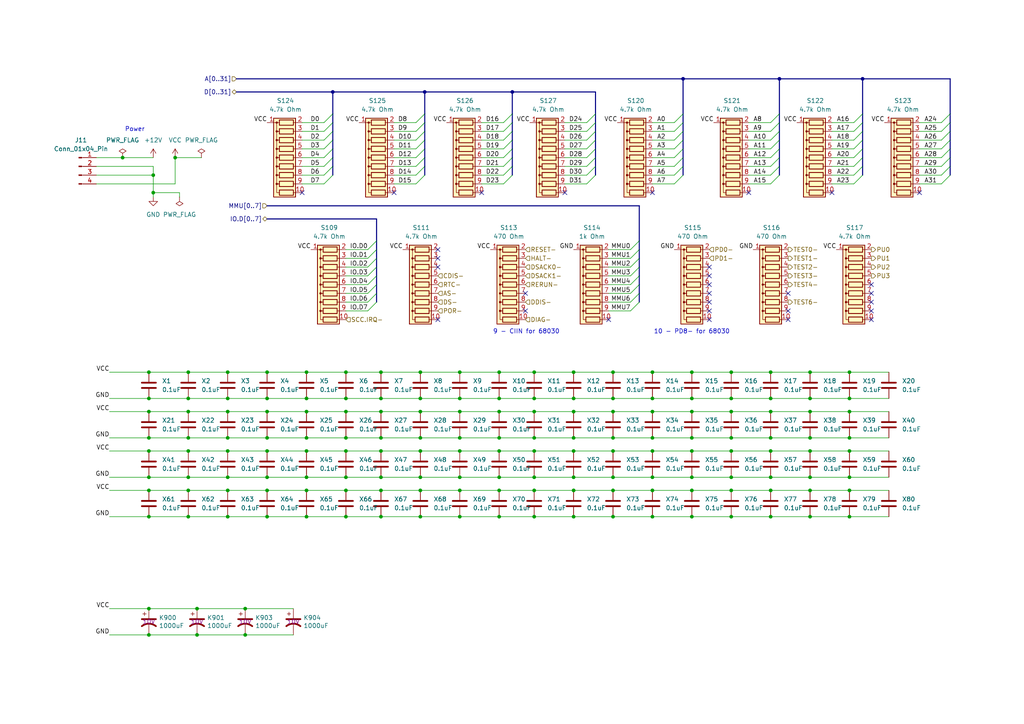
<source format=kicad_sch>
(kicad_sch (version 20231120) (generator "eeschema") (generator_version "8.0")
  (paper "A4")
  (title_block (title "Misc passive") (date "2025-03-07") (rev "1"))
  (junction (at 88.9 149.86))
  (junction (at 77.47 107.95))
  (junction (at 43.18 184.15))
  (junction (at 177.8 115.57))
  (junction (at 121.92 107.95))
  (junction (at 177.8 130.81))
  (junction (at 43.18 107.95))
  (junction (at 246.38 149.86))
  (junction (at 189.23 115.57))
  (junction (at 223.52 142.24))
  (junction (at 200.66 142.24))
  (junction (at 110.49 107.95))
  (junction (at 100.33 149.86))
  (junction (at 154.94 119.38))
  (junction (at 212.09 115.57))
  (junction (at 88.9 130.81))
  (junction (at 77.47 127))
  (junction (at 71.12 176.53))
  (junction (at 77.47 115.57))
  (junction (at 148.59 26.67))
  (junction (at 133.35 107.95))
  (junction (at 43.18 176.53))
  (junction (at 54.61 127))
  (junction (at 246.38 119.38))
  (junction (at 54.61 119.38))
  (junction (at 77.47 130.81))
  (junction (at 43.18 130.81))
  (junction (at 166.37 119.38))
  (junction (at 234.95 149.86))
  (junction (at 198.12 22.86))
  (junction (at 189.23 138.43))
  (junction (at 66.04 127))
  (junction (at 166.37 138.43))
  (junction (at 66.04 149.86))
  (junction (at 121.92 130.81))
  (junction (at 154.94 138.43))
  (junction (at 177.8 107.95))
  (junction (at 154.94 142.24))
  (junction (at 77.47 149.86))
  (junction (at 100.33 127))
  (junction (at 212.09 127))
  (junction (at 54.61 149.86))
  (junction (at 44.45 55.88))
  (junction (at 246.38 107.95))
  (junction (at 54.61 107.95))
  (junction (at 226.06 22.86))
  (junction (at 100.33 130.81))
  (junction (at 234.95 107.95))
  (junction (at 144.78 119.38))
  (junction (at 200.66 138.43))
  (junction (at 110.49 130.81))
  (junction (at 166.37 142.24))
  (junction (at 189.23 127))
  (junction (at 66.04 119.38))
  (junction (at 50.8 45.72))
  (junction (at 200.66 149.86))
  (junction (at 66.04 107.95))
  (junction (at 223.52 107.95))
  (junction (at 166.37 115.57))
  (junction (at 88.9 127))
  (junction (at 212.09 119.38))
  (junction (at 43.18 142.24))
  (junction (at 54.61 138.43))
  (junction (at 177.8 138.43))
  (junction (at 43.18 119.38))
  (junction (at 189.23 107.95))
  (junction (at 133.35 127))
  (junction (at 77.47 142.24))
  (junction (at 144.78 107.95))
  (junction (at 200.66 130.81))
  (junction (at 43.18 115.57))
  (junction (at 54.61 115.57))
  (junction (at 110.49 115.57))
  (junction (at 154.94 127))
  (junction (at 57.15 176.53))
  (junction (at 110.49 149.86))
  (junction (at 154.94 115.57))
  (junction (at 100.33 107.95))
  (junction (at 223.52 115.57))
  (junction (at 100.33 115.57))
  (junction (at 121.92 115.57))
  (junction (at 66.04 142.24))
  (junction (at 133.35 149.86))
  (junction (at 177.8 149.86))
  (junction (at 212.09 138.43))
  (junction (at 121.92 142.24))
  (junction (at 133.35 142.24))
  (junction (at 246.38 138.43))
  (junction (at 100.33 119.38))
  (junction (at 250.19 22.86))
  (junction (at 189.23 149.86))
  (junction (at 66.04 138.43))
  (junction (at 144.78 127))
  (junction (at 200.66 119.38))
  (junction (at 154.94 149.86))
  (junction (at 189.23 119.38))
  (junction (at 177.8 142.24))
  (junction (at 110.49 142.24))
  (junction (at 43.18 138.43))
  (junction (at 144.78 138.43))
  (junction (at 234.95 119.38))
  (junction (at 234.95 127))
  (junction (at 234.95 115.57))
  (junction (at 200.66 127))
  (junction (at 144.78 115.57))
  (junction (at 212.09 142.24))
  (junction (at 223.52 149.86))
  (junction (at 57.15 184.15))
  (junction (at 154.94 107.95))
  (junction (at 110.49 127))
  (junction (at 77.47 138.43))
  (junction (at 35.56 45.72))
  (junction (at 121.92 119.38))
  (junction (at 144.78 130.81))
  (junction (at 189.23 142.24))
  (junction (at 246.38 127))
  (junction (at 166.37 107.95))
  (junction (at 212.09 149.86))
  (junction (at 88.9 138.43))
  (junction (at 246.38 142.24))
  (junction (at 54.61 142.24))
  (junction (at 166.37 127))
  (junction (at 166.37 149.86))
  (junction (at 121.92 127))
  (junction (at 44.45 50.8))
  (junction (at 212.09 107.95))
  (junction (at 121.92 149.86))
  (junction (at 123.19 26.67))
  (junction (at 189.23 130.81))
  (junction (at 246.38 130.81))
  (junction (at 77.47 119.38))
  (junction (at 144.78 149.86))
  (junction (at 66.04 115.57))
  (junction (at 144.78 142.24))
  (junction (at 223.52 119.38))
  (junction (at 234.95 142.24))
  (junction (at 200.66 115.57))
  (junction (at 200.66 107.95))
  (junction (at 223.52 127))
  (junction (at 234.95 130.81))
  (junction (at 96.52 26.67))
  (junction (at 177.8 127))
  (junction (at 110.49 119.38))
  (junction (at 133.35 115.57))
  (junction (at 43.18 127))
  (junction (at 212.09 130.81))
  (junction (at 177.8 119.38))
  (junction (at 100.33 142.24))
  (junction (at 110.49 138.43))
  (junction (at 154.94 130.81))
  (junction (at 100.33 138.43))
  (junction (at 234.95 138.43))
  (junction (at 71.12 184.15))
  (junction (at 66.04 130.81))
  (junction (at 54.61 130.81))
  (junction (at 43.18 149.86))
  (junction (at 166.37 130.81))
  (junction (at 223.52 130.81))
  (junction (at 133.35 119.38))
  (junction (at 133.35 138.43))
  (junction (at 88.9 142.24))
  (junction (at 246.38 115.57))
  (junction (at 223.52 138.43))
  (junction (at 133.35 130.81))
  (junction (at 88.9 107.95))
  (junction (at 121.92 138.43))
  (junction (at 88.9 115.57))
  (junction (at 88.9 119.38))
  (no_connect (at 176.53 92.71))
  (no_connect (at 252.73 85.09))
  (no_connect (at 152.4 85.09))
  (no_connect (at 205.74 87.63))
  (no_connect (at 252.73 92.71))
  (no_connect (at 241.3 55.88))
  (no_connect (at 139.7 55.88))
  (no_connect (at 217.17 55.88))
  (no_connect (at 228.6 85.09))
  (no_connect (at 205.74 92.71))
  (no_connect (at 152.4 90.17))
  (no_connect (at 266.7 55.88))
  (no_connect (at 228.6 90.17))
  (no_connect (at 205.74 85.09))
  (no_connect (at 87.63 55.88))
  (no_connect (at 163.83 55.88))
  (no_connect (at 127 92.71))
  (no_connect (at 205.74 90.17))
  (no_connect (at 205.74 82.55))
  (no_connect (at 252.73 90.17))
  (no_connect (at 252.73 82.55))
  (no_connect (at 114.3 55.88))
  (no_connect (at 189.23 55.88))
  (no_connect (at 252.73 87.63))
  (no_connect (at 127 72.39))
  (no_connect (at 127 74.93))
  (no_connect (at 127 77.47))
  (no_connect (at 205.74 80.01))
  (no_connect (at 228.6 92.71))
  (no_connect (at 205.74 77.47))
  (bus_entry (at 146.05 45.72) (size 2.54 -2.54))
  (bus_entry (at 106.68 72.39) (size 2.54 -2.54))
  (bus_entry (at 247.65 43.18) (size 2.54 -2.54))
  (bus_entry (at 223.52 43.18) (size 2.54 -2.54))
  (bus_entry (at 106.68 82.55) (size 2.54 -2.54))
  (bus_entry (at 195.58 50.8) (size 2.54 -2.54))
  (bus_entry (at 182.88 82.55) (size 2.54 -2.54))
  (bus_entry (at 106.68 90.17) (size 2.54 -2.54))
  (bus_entry (at 273.05 48.26) (size 2.54 -2.54))
  (bus_entry (at 106.68 74.93) (size 2.54 -2.54))
  (bus_entry (at 273.05 53.34) (size 2.54 -2.54))
  (bus_entry (at 247.65 53.34) (size 2.54 -2.54))
  (bus_entry (at 120.65 45.72) (size 2.54 -2.54))
  (bus_entry (at 93.98 40.64) (size 2.54 -2.54))
  (bus_entry (at 170.18 38.1) (size 2.54 -2.54))
  (bus_entry (at 223.52 38.1) (size 2.54 -2.54))
  (bus_entry (at 247.65 50.8) (size 2.54 -2.54))
  (bus_entry (at 182.88 80.01) (size 2.54 -2.54))
  (bus_entry (at 106.68 80.01) (size 2.54 -2.54))
  (bus_entry (at 223.52 40.64) (size 2.54 -2.54))
  (bus_entry (at 106.68 77.47) (size 2.54 -2.54))
  (bus_entry (at 170.18 45.72) (size 2.54 -2.54))
  (bus_entry (at 93.98 45.72) (size 2.54 -2.54))
  (bus_entry (at 223.52 50.8) (size 2.54 -2.54))
  (bus_entry (at 146.05 50.8) (size 2.54 -2.54))
  (bus_entry (at 120.65 35.56) (size 2.54 -2.54))
  (bus_entry (at 195.58 35.56) (size 2.54 -2.54))
  (bus_entry (at 223.52 53.34) (size 2.54 -2.54))
  (bus_entry (at 170.18 40.64) (size 2.54 -2.54))
  (bus_entry (at 146.05 35.56) (size 2.54 -2.54))
  (bus_entry (at 120.65 50.8) (size 2.54 -2.54))
  (bus_entry (at 182.88 87.63) (size 2.54 -2.54))
  (bus_entry (at 170.18 43.18) (size 2.54 -2.54))
  (bus_entry (at 273.05 38.1) (size 2.54 -2.54))
  (bus_entry (at 170.18 50.8) (size 2.54 -2.54))
  (bus_entry (at 182.88 85.09) (size 2.54 -2.54))
  (bus_entry (at 182.88 72.39) (size 2.54 -2.54))
  (bus_entry (at 182.88 90.17) (size 2.54 -2.54))
  (bus_entry (at 120.65 48.26) (size 2.54 -2.54))
  (bus_entry (at 120.65 40.64) (size 2.54 -2.54))
  (bus_entry (at 146.05 43.18) (size 2.54 -2.54))
  (bus_entry (at 247.65 35.56) (size 2.54 -2.54))
  (bus_entry (at 223.52 48.26) (size 2.54 -2.54))
  (bus_entry (at 182.88 74.93) (size 2.54 -2.54))
  (bus_entry (at 93.98 53.34) (size 2.54 -2.54))
  (bus_entry (at 247.65 40.64) (size 2.54 -2.54))
  (bus_entry (at 93.98 35.56) (size 2.54 -2.54))
  (bus_entry (at 106.68 85.09) (size 2.54 -2.54))
  (bus_entry (at 223.52 45.72) (size 2.54 -2.54))
  (bus_entry (at 273.05 35.56) (size 2.54 -2.54))
  (bus_entry (at 195.58 40.64) (size 2.54 -2.54))
  (bus_entry (at 120.65 53.34) (size 2.54 -2.54))
  (bus_entry (at 247.65 48.26) (size 2.54 -2.54))
  (bus_entry (at 195.58 38.1) (size 2.54 -2.54))
  (bus_entry (at 93.98 48.26) (size 2.54 -2.54))
  (bus_entry (at 170.18 53.34) (size 2.54 -2.54))
  (bus_entry (at 273.05 43.18) (size 2.54 -2.54))
  (bus_entry (at 223.52 35.56) (size 2.54 -2.54))
  (bus_entry (at 93.98 50.8) (size 2.54 -2.54))
  (bus_entry (at 106.68 87.63) (size 2.54 -2.54))
  (bus_entry (at 170.18 35.56) (size 2.54 -2.54))
  (bus_entry (at 273.05 45.72) (size 2.54 -2.54))
  (bus_entry (at 93.98 38.1) (size 2.54 -2.54))
  (bus_entry (at 146.05 40.64) (size 2.54 -2.54))
  (bus_entry (at 120.65 38.1) (size 2.54 -2.54))
  (bus_entry (at 195.58 45.72) (size 2.54 -2.54))
  (bus_entry (at 93.98 43.18) (size 2.54 -2.54))
  (bus_entry (at 273.05 40.64) (size 2.54 -2.54))
  (bus_entry (at 170.18 48.26) (size 2.54 -2.54))
  (bus_entry (at 146.05 48.26) (size 2.54 -2.54))
  (bus_entry (at 146.05 38.1) (size 2.54 -2.54))
  (bus_entry (at 195.58 53.34) (size 2.54 -2.54))
  (bus_entry (at 273.05 50.8) (size 2.54 -2.54))
  (bus_entry (at 247.65 38.1) (size 2.54 -2.54))
  (bus_entry (at 247.65 45.72) (size 2.54 -2.54))
  (bus_entry (at 195.58 43.18) (size 2.54 -2.54))
  (bus_entry (at 182.88 77.47) (size 2.54 -2.54))
  (bus_entry (at 195.58 48.26) (size 2.54 -2.54))
  (bus_entry (at 120.65 43.18) (size 2.54 -2.54))
  (bus_entry (at 146.05 53.34) (size 2.54 -2.54))
  (wire (pts (xy 189.23 119.38) (xy 200.66 119.38)))
  (bus (pts (xy 148.59 35.56) (xy 148.59 33.02)))
  (wire (pts (xy 139.7 50.8) (xy 146.05 50.8)))
  (bus (pts (xy 226.06 35.56) (xy 226.06 33.02)))
  (bus (pts (xy 198.12 43.18) (xy 198.12 40.64)))
  (bus (pts (xy 123.19 35.56) (xy 123.19 33.02)))
  (wire (pts (xy 189.23 40.64) (xy 195.58 40.64)))
  (wire (pts (xy 241.3 45.72) (xy 247.65 45.72)))
  (wire (pts (xy 139.7 48.26) (xy 146.05 48.26)))
  (wire (pts (xy 200.66 115.57) (xy 212.09 115.57)))
  (bus (pts (xy 250.19 48.26) (xy 250.19 45.72)))
  (wire (pts (xy 44.45 55.88) (xy 52.07 55.88)))
  (wire (pts (xy 163.83 50.8) (xy 170.18 50.8)))
  (wire (pts (xy 163.83 53.34) (xy 170.18 53.34)))
  (bus (pts (xy 109.22 74.93) (xy 109.22 72.39)))
  (wire (pts (xy 114.3 50.8) (xy 120.65 50.8)))
  (wire (pts (xy 163.83 45.72) (xy 170.18 45.72)))
  (wire (pts (xy 200.66 138.43) (xy 212.09 138.43)))
  (wire (pts (xy 66.04 119.38) (xy 77.47 119.38)))
  (wire (pts (xy 144.78 119.38) (xy 154.94 119.38)))
  (wire (pts (xy 66.04 127) (xy 77.47 127)))
  (wire (pts (xy 110.49 107.95) (xy 121.92 107.95)))
  (bus (pts (xy 172.72 35.56) (xy 172.72 33.02)))
  (wire (pts (xy 189.23 115.57) (xy 200.66 115.57)))
  (wire (pts (xy 266.7 43.18) (xy 273.05 43.18)))
  (wire (pts (xy 139.7 40.64) (xy 146.05 40.64)))
  (wire (pts (xy 31.75 184.15) (xy 43.18 184.15)))
  (wire (pts (xy 163.83 40.64) (xy 170.18 40.64)))
  (wire (pts (xy 31.75 115.57) (xy 43.18 115.57)))
  (bus (pts (xy 226.06 50.8) (xy 226.06 48.26)))
  (wire (pts (xy 114.3 48.26) (xy 120.65 48.26)))
  (wire (pts (xy 176.53 90.17) (xy 182.88 90.17)))
  (bus (pts (xy 123.19 50.8) (xy 123.19 48.26)))
  (wire (pts (xy 217.17 38.1) (xy 223.52 38.1)))
  (bus (pts (xy 96.52 40.64) (xy 96.52 38.1)))
  (bus (pts (xy 250.19 35.56) (xy 250.19 33.02)))
  (wire (pts (xy 27.94 50.8) (xy 44.45 50.8)))
  (wire (pts (xy 234.95 127) (xy 246.38 127)))
  (wire (pts (xy 133.35 142.24) (xy 144.78 142.24)))
  (wire (pts (xy 57.15 184.15) (xy 71.12 184.15)))
  (wire (pts (xy 88.9 142.24) (xy 100.33 142.24)))
  (wire (pts (xy 121.92 138.43) (xy 133.35 138.43)))
  (bus (pts (xy 77.47 59.69) (xy 185.42 59.69)))
  (wire (pts (xy 189.23 138.43) (xy 200.66 138.43)))
  (wire (pts (xy 54.61 107.95) (xy 66.04 107.95)))
  (wire (pts (xy 212.09 119.38) (xy 223.52 119.38)))
  (bus (pts (xy 109.22 80.01) (xy 109.22 77.47)))
  (wire (pts (xy 223.52 107.95) (xy 234.95 107.95)))
  (wire (pts (xy 43.18 119.38) (xy 54.61 119.38)))
  (wire (pts (xy 163.83 43.18) (xy 170.18 43.18)))
  (wire (pts (xy 163.83 48.26) (xy 170.18 48.26)))
  (wire (pts (xy 217.17 45.72) (xy 223.52 45.72)))
  (wire (pts (xy 177.8 115.57) (xy 189.23 115.57)))
  (bus (pts (xy 250.19 22.86) (xy 226.06 22.86)))
  (wire (pts (xy 166.37 130.81) (xy 177.8 130.81)))
  (wire (pts (xy 139.7 38.1) (xy 146.05 38.1)))
  (wire (pts (xy 87.63 45.72) (xy 93.98 45.72)))
  (wire (pts (xy 200.66 119.38) (xy 212.09 119.38)))
  (wire (pts (xy 176.53 85.09) (xy 182.88 85.09)))
  (wire (pts (xy 110.49 119.38) (xy 121.92 119.38)))
  (bus (pts (xy 96.52 33.02) (xy 96.52 26.67)))
  (wire (pts (xy 100.33 142.24) (xy 110.49 142.24)))
  (wire (pts (xy 189.23 43.18) (xy 195.58 43.18)))
  (wire (pts (xy 31.75 149.86) (xy 43.18 149.86)))
  (wire (pts (xy 88.9 115.57) (xy 100.33 115.57)))
  (bus (pts (xy 275.59 48.26) (xy 275.59 45.72)))
  (wire (pts (xy 88.9 130.81) (xy 100.33 130.81)))
  (wire (pts (xy 100.33 119.38) (xy 110.49 119.38)))
  (wire (pts (xy 177.8 138.43) (xy 189.23 138.43)))
  (bus (pts (xy 250.19 33.02) (xy 250.19 22.86)))
  (bus (pts (xy 172.72 26.67) (xy 148.59 26.67)))
  (wire (pts (xy 110.49 142.24) (xy 121.92 142.24)))
  (wire (pts (xy 266.7 35.56) (xy 273.05 35.56)))
  (wire (pts (xy 77.47 138.43) (xy 88.9 138.43)))
  (bus (pts (xy 226.06 38.1) (xy 226.06 35.56)))
  (wire (pts (xy 212.09 138.43) (xy 223.52 138.43)))
  (wire (pts (xy 200.66 127) (xy 212.09 127)))
  (wire (pts (xy 100.33 127) (xy 110.49 127)))
  (bus (pts (xy 275.59 50.8) (xy 275.59 48.26)))
  (wire (pts (xy 163.83 35.56) (xy 170.18 35.56)))
  (wire (pts (xy 50.8 53.34) (xy 50.8 45.72)))
  (wire (pts (xy 217.17 35.56) (xy 223.52 35.56)))
  (wire (pts (xy 133.35 138.43) (xy 144.78 138.43)))
  (wire (pts (xy 266.7 50.8) (xy 273.05 50.8)))
  (wire (pts (xy 31.75 130.81) (xy 43.18 130.81)))
  (bus (pts (xy 185.42 80.01) (xy 185.42 77.47)))
  (wire (pts (xy 189.23 48.26) (xy 195.58 48.26)))
  (wire (pts (xy 100.33 149.86) (xy 110.49 149.86)))
  (wire (pts (xy 114.3 40.64) (xy 120.65 40.64)))
  (wire (pts (xy 217.17 40.64) (xy 223.52 40.64)))
  (wire (pts (xy 43.18 107.95) (xy 54.61 107.95)))
  (wire (pts (xy 43.18 127) (xy 54.61 127)))
  (wire (pts (xy 266.7 53.34) (xy 273.05 53.34)))
  (wire (pts (xy 27.94 45.72) (xy 35.56 45.72)))
  (wire (pts (xy 88.9 119.38) (xy 100.33 119.38)))
  (wire (pts (xy 246.38 138.43) (xy 257.81 138.43)))
  (wire (pts (xy 43.18 184.15) (xy 57.15 184.15)))
  (wire (pts (xy 241.3 38.1) (xy 247.65 38.1)))
  (wire (pts (xy 88.9 127) (xy 100.33 127)))
  (wire (pts (xy 234.95 138.43) (xy 246.38 138.43)))
  (wire (pts (xy 200.66 149.86) (xy 212.09 149.86)))
  (bus (pts (xy 226.06 33.02) (xy 226.06 22.86)))
  (wire (pts (xy 246.38 130.81) (xy 257.81 130.81)))
  (bus (pts (xy 109.22 85.09) (xy 109.22 82.55)))
  (wire (pts (xy 31.75 119.38) (xy 43.18 119.38)))
  (wire (pts (xy 44.45 57.15) (xy 44.45 55.88)))
  (wire (pts (xy 43.18 176.53) (xy 57.15 176.53)))
  (wire (pts (xy 100.33 130.81) (xy 110.49 130.81)))
  (wire (pts (xy 223.52 130.81) (xy 234.95 130.81)))
  (wire (pts (xy 88.9 138.43) (xy 100.33 138.43)))
  (bus (pts (xy 185.42 74.93) (xy 185.42 72.39)))
  (bus (pts (xy 148.59 40.64) (xy 148.59 38.1)))
  (wire (pts (xy 54.61 149.86) (xy 66.04 149.86)))
  (wire (pts (xy 133.35 115.57) (xy 144.78 115.57)))
  (wire (pts (xy 166.37 107.95) (xy 177.8 107.95)))
  (wire (pts (xy 54.61 138.43) (xy 66.04 138.43)))
  (wire (pts (xy 88.9 149.86) (xy 100.33 149.86)))
  (wire (pts (xy 77.47 149.86) (xy 88.9 149.86)))
  (bus (pts (xy 172.72 38.1) (xy 172.72 35.56)))
  (wire (pts (xy 176.53 87.63) (xy 182.88 87.63)))
  (wire (pts (xy 176.53 80.01) (xy 182.88 80.01)))
  (wire (pts (xy 217.17 43.18) (xy 223.52 43.18)))
  (bus (pts (xy 109.22 69.85) (xy 109.22 63.5)))
  (bus (pts (xy 172.72 48.26) (xy 172.72 45.72)))
  (wire (pts (xy 54.61 127) (xy 66.04 127)))
  (bus (pts (xy 96.52 45.72) (xy 96.52 43.18)))
  (wire (pts (xy 177.8 107.95) (xy 189.23 107.95)))
  (wire (pts (xy 176.53 82.55) (xy 182.88 82.55)))
  (bus (pts (xy 172.72 45.72) (xy 172.72 43.18)))
  (wire (pts (xy 133.35 127) (xy 144.78 127)))
  (bus (pts (xy 275.59 35.56) (xy 275.59 33.02)))
  (wire (pts (xy 31.75 138.43) (xy 43.18 138.43)))
  (bus (pts (xy 198.12 38.1) (xy 198.12 35.56)))
  (wire (pts (xy 133.35 130.81) (xy 144.78 130.81)))
  (bus (pts (xy 172.72 40.64) (xy 172.72 38.1)))
  (wire (pts (xy 110.49 115.57) (xy 121.92 115.57)))
  (bus (pts (xy 226.06 48.26) (xy 226.06 45.72)))
  (wire (pts (xy 110.49 130.81) (xy 121.92 130.81)))
  (bus (pts (xy 109.22 72.39) (xy 109.22 69.85)))
  (wire (pts (xy 121.92 127) (xy 133.35 127)))
  (wire (pts (xy 200.66 107.95) (xy 212.09 107.95)))
  (wire (pts (xy 50.8 45.72) (xy 58.42 45.72)))
  (wire (pts (xy 71.12 176.53) (xy 85.09 176.53)))
  (wire (pts (xy 121.92 149.86) (xy 133.35 149.86)))
  (bus (pts (xy 198.12 35.56) (xy 198.12 33.02)))
  (bus (pts (xy 275.59 33.02) (xy 275.59 22.86)))
  (wire (pts (xy 266.7 38.1) (xy 273.05 38.1)))
  (bus (pts (xy 172.72 50.8) (xy 172.72 48.26)))
  (bus (pts (xy 185.42 85.09) (xy 185.42 82.55)))
  (wire (pts (xy 66.04 115.57) (xy 77.47 115.57)))
  (bus (pts (xy 123.19 38.1) (xy 123.19 35.56)))
  (wire (pts (xy 121.92 115.57) (xy 133.35 115.57)))
  (wire (pts (xy 144.78 127) (xy 154.94 127)))
  (bus (pts (xy 96.52 35.56) (xy 96.52 33.02)))
  (wire (pts (xy 189.23 50.8) (xy 195.58 50.8)))
  (wire (pts (xy 176.53 77.47) (xy 182.88 77.47)))
  (wire (pts (xy 77.47 107.95) (xy 88.9 107.95)))
  (wire (pts (xy 139.7 45.72) (xy 146.05 45.72)))
  (wire (pts (xy 52.07 55.88) (xy 52.07 57.15)))
  (wire (pts (xy 100.33 115.57) (xy 110.49 115.57)))
  (wire (pts (xy 154.94 130.81) (xy 166.37 130.81)))
  (wire (pts (xy 133.35 149.86) (xy 144.78 149.86)))
  (wire (pts (xy 177.8 142.24) (xy 189.23 142.24)))
  (wire (pts (xy 77.47 142.24) (xy 88.9 142.24)))
  (bus (pts (xy 250.19 40.64) (xy 250.19 38.1)))
  (wire (pts (xy 139.7 35.56) (xy 146.05 35.56)))
  (wire (pts (xy 266.7 48.26) (xy 273.05 48.26)))
  (wire (pts (xy 100.33 80.01) (xy 106.68 80.01)))
  (wire (pts (xy 66.04 107.95) (xy 77.47 107.95)))
  (bus (pts (xy 226.06 45.72) (xy 226.06 43.18)))
  (wire (pts (xy 31.75 142.24) (xy 43.18 142.24)))
  (wire (pts (xy 176.53 74.93) (xy 182.88 74.93)))
  (wire (pts (xy 223.52 127) (xy 234.95 127)))
  (wire (pts (xy 266.7 40.64) (xy 273.05 40.64)))
  (wire (pts (xy 246.38 115.57) (xy 257.81 115.57)))
  (bus (pts (xy 198.12 40.64) (xy 198.12 38.1)))
  (wire (pts (xy 144.78 149.86) (xy 154.94 149.86)))
  (bus (pts (xy 275.59 22.86) (xy 250.19 22.86)))
  (wire (pts (xy 241.3 43.18) (xy 247.65 43.18)))
  (wire (pts (xy 266.7 45.72) (xy 273.05 45.72)))
  (wire (pts (xy 154.94 149.86) (xy 166.37 149.86)))
  (wire (pts (xy 189.23 38.1) (xy 195.58 38.1)))
  (wire (pts (xy 31.75 107.95) (xy 43.18 107.95)))
  (bus (pts (xy 148.59 45.72) (xy 148.59 43.18)))
  (bus (pts (xy 198.12 33.02) (xy 198.12 22.86)))
  (wire (pts (xy 100.33 90.17) (xy 106.68 90.17)))
  (wire (pts (xy 87.63 43.18) (xy 93.98 43.18)))
  (wire (pts (xy 43.18 149.86) (xy 54.61 149.86)))
  (wire (pts (xy 54.61 142.24) (xy 66.04 142.24)))
  (wire (pts (xy 163.83 38.1) (xy 170.18 38.1)))
  (bus (pts (xy 250.19 43.18) (xy 250.19 40.64)))
  (wire (pts (xy 223.52 115.57) (xy 234.95 115.57)))
  (wire (pts (xy 246.38 107.95) (xy 257.81 107.95)))
  (bus (pts (xy 148.59 43.18) (xy 148.59 40.64)))
  (bus (pts (xy 109.22 82.55) (xy 109.22 80.01)))
  (bus (pts (xy 96.52 38.1) (xy 96.52 35.56)))
  (wire (pts (xy 144.78 107.95) (xy 154.94 107.95)))
  (wire (pts (xy 43.18 142.24) (xy 54.61 142.24)))
  (wire (pts (xy 66.04 149.86) (xy 77.47 149.86)))
  (wire (pts (xy 223.52 119.38) (xy 234.95 119.38)))
  (wire (pts (xy 88.9 107.95) (xy 100.33 107.95)))
  (wire (pts (xy 100.33 82.55) (xy 106.68 82.55)))
  (bus (pts (xy 275.59 40.64) (xy 275.59 38.1)))
  (wire (pts (xy 27.94 53.34) (xy 50.8 53.34)))
  (bus (pts (xy 198.12 45.72) (xy 198.12 43.18)))
  (wire (pts (xy 110.49 138.43) (xy 121.92 138.43)))
  (bus (pts (xy 275.59 45.72) (xy 275.59 43.18)))
  (bus (pts (xy 172.72 43.18) (xy 172.72 40.64)))
  (wire (pts (xy 154.94 107.95) (xy 166.37 107.95)))
  (wire (pts (xy 200.66 142.24) (xy 212.09 142.24)))
  (wire (pts (xy 246.38 149.86) (xy 257.81 149.86)))
  (wire (pts (xy 212.09 142.24) (xy 223.52 142.24)))
  (wire (pts (xy 114.3 35.56) (xy 120.65 35.56)))
  (bus (pts (xy 123.19 45.72) (xy 123.19 43.18)))
  (bus (pts (xy 250.19 38.1) (xy 250.19 35.56)))
  (wire (pts (xy 121.92 130.81) (xy 133.35 130.81)))
  (wire (pts (xy 154.94 127) (xy 166.37 127)))
  (bus (pts (xy 96.52 50.8) (xy 96.52 48.26)))
  (wire (pts (xy 246.38 119.38) (xy 257.81 119.38)))
  (wire (pts (xy 144.78 115.57) (xy 154.94 115.57)))
  (wire (pts (xy 223.52 149.86) (xy 234.95 149.86)))
  (wire (pts (xy 139.7 53.34) (xy 146.05 53.34)))
  (wire (pts (xy 154.94 138.43) (xy 166.37 138.43)))
  (wire (pts (xy 166.37 149.86) (xy 177.8 149.86)))
  (wire (pts (xy 44.45 48.26) (xy 44.45 50.8)))
  (wire (pts (xy 234.95 119.38) (xy 246.38 119.38)))
  (wire (pts (xy 44.45 55.88) (xy 44.45 50.8)))
  (wire (pts (xy 139.7 43.18) (xy 146.05 43.18)))
  (bus (pts (xy 226.06 43.18) (xy 226.06 40.64)))
  (bus (pts (xy 109.22 87.63) (xy 109.22 85.09)))
  (wire (pts (xy 177.8 127) (xy 189.23 127)))
  (wire (pts (xy 87.63 48.26) (xy 93.98 48.26)))
  (wire (pts (xy 189.23 53.34) (xy 195.58 53.34)))
  (wire (pts (xy 241.3 40.64) (xy 247.65 40.64)))
  (wire (pts (xy 43.18 115.57) (xy 54.61 115.57)))
  (wire (pts (xy 31.75 127) (xy 43.18 127)))
  (wire (pts (xy 43.18 130.81) (xy 54.61 130.81)))
  (bus (pts (xy 185.42 77.47) (xy 185.42 74.93)))
  (wire (pts (xy 87.63 50.8) (xy 93.98 50.8)))
  (wire (pts (xy 189.23 127) (xy 200.66 127)))
  (wire (pts (xy 234.95 115.57) (xy 246.38 115.57)))
  (wire (pts (xy 212.09 149.86) (xy 223.52 149.86)))
  (wire (pts (xy 246.38 142.24) (xy 257.81 142.24)))
  (wire (pts (xy 177.8 119.38) (xy 189.23 119.38)))
  (wire (pts (xy 54.61 130.81) (xy 66.04 130.81)))
  (wire (pts (xy 133.35 107.95) (xy 144.78 107.95)))
  (bus (pts (xy 198.12 48.26) (xy 198.12 45.72)))
  (wire (pts (xy 100.33 87.63) (xy 106.68 87.63)))
  (bus (pts (xy 226.06 22.86) (xy 198.12 22.86)))
  (wire (pts (xy 100.33 138.43) (xy 110.49 138.43)))
  (bus (pts (xy 68.58 22.86) (xy 198.12 22.86)))
  (bus (pts (xy 123.19 43.18) (xy 123.19 40.64)))
  (wire (pts (xy 87.63 38.1) (xy 93.98 38.1)))
  (wire (pts (xy 154.94 115.57) (xy 166.37 115.57)))
  (wire (pts (xy 114.3 38.1) (xy 120.65 38.1)))
  (bus (pts (xy 185.42 69.85) (xy 185.42 59.69)))
  (wire (pts (xy 176.53 72.39) (xy 182.88 72.39)))
  (bus (pts (xy 123.19 26.67) (xy 96.52 26.67)))
  (wire (pts (xy 133.35 119.38) (xy 144.78 119.38)))
  (bus (pts (xy 123.19 33.02) (xy 123.19 26.67)))
  (wire (pts (xy 121.92 107.95) (xy 133.35 107.95)))
  (wire (pts (xy 189.23 45.72) (xy 195.58 45.72)))
  (wire (pts (xy 77.47 130.81) (xy 88.9 130.81)))
  (wire (pts (xy 154.94 119.38) (xy 166.37 119.38)))
  (wire (pts (xy 100.33 72.39) (xy 106.68 72.39)))
  (wire (pts (xy 189.23 142.24) (xy 200.66 142.24)))
  (wire (pts (xy 166.37 142.24) (xy 177.8 142.24)))
  (wire (pts (xy 100.33 77.47) (xy 106.68 77.47)))
  (wire (pts (xy 241.3 35.56) (xy 247.65 35.56)))
  (wire (pts (xy 114.3 43.18) (xy 120.65 43.18)))
  (bus (pts (xy 77.47 63.5) (xy 109.22 63.5)))
  (wire (pts (xy 212.09 130.81) (xy 223.52 130.81)))
  (wire (pts (xy 166.37 138.43) (xy 177.8 138.43)))
  (wire (pts (xy 43.18 138.43) (xy 54.61 138.43)))
  (bus (pts (xy 185.42 72.39) (xy 185.42 69.85)))
  (wire (pts (xy 241.3 53.34) (xy 247.65 53.34)))
  (bus (pts (xy 68.58 26.67) (xy 96.52 26.67)))
  (wire (pts (xy 35.56 45.72) (xy 44.45 45.72)))
  (wire (pts (xy 241.3 50.8) (xy 247.65 50.8)))
  (bus (pts (xy 96.52 48.26) (xy 96.52 45.72)))
  (bus (pts (xy 109.22 77.47) (xy 109.22 74.93)))
  (wire (pts (xy 54.61 119.38) (xy 66.04 119.38)))
  (wire (pts (xy 234.95 142.24) (xy 246.38 142.24)))
  (wire (pts (xy 177.8 149.86) (xy 189.23 149.86)))
  (wire (pts (xy 66.04 130.81) (xy 77.47 130.81)))
  (wire (pts (xy 177.8 130.81) (xy 189.23 130.81)))
  (wire (pts (xy 223.52 138.43) (xy 234.95 138.43)))
  (wire (pts (xy 77.47 115.57) (xy 88.9 115.57)))
  (wire (pts (xy 241.3 48.26) (xy 247.65 48.26)))
  (wire (pts (xy 57.15 176.53) (xy 71.12 176.53)))
  (wire (pts (xy 166.37 127) (xy 177.8 127)))
  (wire (pts (xy 212.09 107.95) (xy 223.52 107.95)))
  (wire (pts (xy 154.94 142.24) (xy 166.37 142.24)))
  (bus (pts (xy 185.42 82.55) (xy 185.42 80.01)))
  (bus (pts (xy 275.59 38.1) (xy 275.59 35.56)))
  (wire (pts (xy 100.33 107.95) (xy 110.49 107.95)))
  (wire (pts (xy 87.63 40.64) (xy 93.98 40.64)))
  (wire (pts (xy 200.66 130.81) (xy 212.09 130.81)))
  (wire (pts (xy 77.47 127) (xy 88.9 127)))
  (wire (pts (xy 66.04 142.24) (xy 77.47 142.24)))
  (bus (pts (xy 226.06 40.64) (xy 226.06 38.1)))
  (wire (pts (xy 27.94 48.26) (xy 44.45 48.26)))
  (wire (pts (xy 166.37 115.57) (xy 177.8 115.57)))
  (wire (pts (xy 223.52 142.24) (xy 234.95 142.24)))
  (wire (pts (xy 121.92 142.24) (xy 133.35 142.24)))
  (bus (pts (xy 250.19 50.8) (xy 250.19 48.26)))
  (wire (pts (xy 189.23 107.95) (xy 200.66 107.95)))
  (wire (pts (xy 121.92 119.38) (xy 133.35 119.38)))
  (bus (pts (xy 148.59 48.26) (xy 148.59 45.72)))
  (wire (pts (xy 71.12 184.15) (xy 85.09 184.15)))
  (wire (pts (xy 189.23 130.81) (xy 200.66 130.81)))
  (wire (pts (xy 31.75 176.53) (xy 43.18 176.53)))
  (wire (pts (xy 54.61 115.57) (xy 66.04 115.57)))
  (bus (pts (xy 185.42 87.63) (xy 185.42 85.09)))
  (wire (pts (xy 77.47 119.38) (xy 88.9 119.38)))
  (bus (pts (xy 123.19 48.26) (xy 123.19 45.72)))
  (wire (pts (xy 189.23 35.56) (xy 195.58 35.56)))
  (bus (pts (xy 250.19 45.72) (xy 250.19 43.18)))
  (wire (pts (xy 100.33 85.09) (xy 106.68 85.09)))
  (wire (pts (xy 246.38 127) (xy 257.81 127)))
  (wire (pts (xy 144.78 138.43) (xy 154.94 138.43)))
  (bus (pts (xy 123.19 40.64) (xy 123.19 38.1)))
  (bus (pts (xy 172.72 33.02) (xy 172.72 26.67)))
  (wire (pts (xy 217.17 50.8) (xy 223.52 50.8)))
  (bus (pts (xy 148.59 33.02) (xy 148.59 26.67)))
  (wire (pts (xy 110.49 149.86) (xy 121.92 149.86)))
  (wire (pts (xy 114.3 53.34) (xy 120.65 53.34)))
  (wire (pts (xy 212.09 127) (xy 223.52 127)))
  (wire (pts (xy 87.63 53.34) (xy 93.98 53.34)))
  (bus (pts (xy 148.59 26.67) (xy 123.19 26.67)))
  (wire (pts (xy 212.09 115.57) (xy 223.52 115.57)))
  (wire (pts (xy 189.23 149.86) (xy 200.66 149.86)))
  (bus (pts (xy 148.59 50.8) (xy 148.59 48.26)))
  (wire (pts (xy 234.95 130.81) (xy 246.38 130.81)))
  (wire (pts (xy 144.78 142.24) (xy 154.94 142.24)))
  (wire (pts (xy 234.95 107.95) (xy 246.38 107.95)))
  (bus (pts (xy 198.12 50.8) (xy 198.12 48.26)))
  (wire (pts (xy 217.17 48.26) (xy 223.52 48.26)))
  (bus (pts (xy 96.52 43.18) (xy 96.52 40.64)))
  (wire (pts (xy 144.78 130.81) (xy 154.94 130.81)))
  (wire (pts (xy 114.3 45.72) (xy 120.65 45.72)))
  (wire (pts (xy 234.95 149.86) (xy 246.38 149.86)))
  (wire (pts (xy 87.63 35.56) (xy 93.98 35.56)))
  (wire (pts (xy 100.33 74.93) (xy 106.68 74.93)))
  (bus (pts (xy 148.59 38.1) (xy 148.59 35.56)))
  (wire (pts (xy 66.04 138.43) (xy 77.47 138.43)))
  (wire (pts (xy 166.37 119.38) (xy 177.8 119.38)))
  (wire (pts (xy 217.17 53.34) (xy 223.52 53.34)))
  (wire (pts (xy 110.49 127) (xy 121.92 127)))
  (bus (pts (xy 275.59 43.18) (xy 275.59 40.64)))
  (text "10 - PD8- for 68030" (at 200.66 96.266 0) (effects (font (size 1.27 1.27))))
  (text "9 - CIIN for 68030" (at 152.654 96.266 0) (effects (font (size 1.27 1.27))))
  (text "Power" (at 39.116 37.592 0) (effects (font (size 1.27 1.27))))
  (label "IO.D1" (at 106.68 74.93 180))
  (label "A30" (at 271.78 50.8 180))
  (label "D15" (at 119.38 53.34 180))
  (label "MMU6" (at 182.88 87.63 180))
  (label "VCC" (at 31.75 119.38 180))
  (label "A6" (at 193.04 50.8 180))
  (label "VCC" (at 142.24 72.39 180))
  (label "VCC" (at 90.17 72.39 180))
  (label "IO.D2" (at 106.68 77.47 180))
  (label "D16" (at 144.78 35.56 180))
  (label "VCC" (at 256.54 35.56 180))
  (label "D14" (at 119.38 50.8 180))
  (label "D5" (at 92.71 48.26 180))
  (label "D28" (at 168.91 45.72 180))
  (label "A23" (at 246.38 53.34 180))
  (label "A26" (at 271.78 40.64 180))
  (label "A27" (at 271.78 43.18 180))
  (label "D30" (at 168.91 50.8 180))
  (label "A4" (at 193.04 45.72 180))
  (label "D7" (at 92.71 53.34 180))
  (label "A9" (at 220.98 38.1 180))
  (label "A13" (at 222.25 48.26 180))
  (label "A7" (at 193.04 53.34 180))
  (label "A2" (at 193.04 40.64 180))
  (label "D1" (at 92.71 38.1 180))
  (label "IO.D4" (at 106.68 82.55 180))
  (label "D22" (at 144.78 50.8 180))
  (label "D23" (at 144.78 53.34 180))
  (label "D31" (at 168.91 53.34 180))
  (label "A20" (at 246.38 45.72 180))
  (label "D12" (at 119.38 45.72 180))
  (label "GND" (at 31.75 127 180))
  (label "GND" (at 195.58 72.39 180))
  (label "VCC" (at 31.75 142.24 180))
  (label "A10" (at 222.25 40.64 180))
  (label "MMU7" (at 182.88 90.17 180))
  (label "MMU0" (at 182.88 72.39 180))
  (label "IO.D3" (at 106.68 80.01 180))
  (label "GND" (at 31.75 184.15 180))
  (label "VCC" (at 207.01 35.56 180))
  (label "MMU3" (at 182.88 80.01 180))
  (label "D18" (at 144.78 40.64 180))
  (label "A14" (at 222.25 50.8 180))
  (label "A17" (at 246.38 38.1 180))
  (label "A8" (at 220.98 35.56 180))
  (label "VCC" (at 31.75 130.81 180))
  (label "IO.D6" (at 106.68 87.63 180))
  (label "GND" (at 31.75 138.43 180))
  (label "IO.D0" (at 106.68 72.39 180))
  (label "A18" (at 246.38 40.64 180))
  (label "VCC" (at 179.07 35.56 180))
  (label "A28" (at 271.78 45.72 180))
  (label "A12" (at 222.25 45.72 180))
  (label "VCC" (at 116.84 72.39 180))
  (label "D0" (at 92.71 35.56 180))
  (label "D24" (at 168.91 35.56 180))
  (label "MMU2" (at 182.88 77.47 180))
  (label "GND" (at 166.37 72.39 180))
  (label "IO.D5" (at 106.68 85.09 180))
  (label "A31" (at 271.78 53.34 180))
  (label "D4" (at 92.71 45.72 180))
  (label "A15" (at 222.25 53.34 180))
  (label "D2" (at 92.71 40.64 180))
  (label "D6" (at 92.71 50.8 180))
  (label "D20" (at 144.78 45.72 180))
  (label "D26" (at 168.91 40.64 180))
  (label "D19" (at 144.78 43.18 180))
  (label "IO.D7" (at 106.68 90.17 180))
  (label "A11" (at 222.25 43.18 180))
  (label "D8" (at 118.11 35.56 180))
  (label "VCC" (at 104.14 35.56 180))
  (label "D9" (at 118.11 38.1 180))
  (label "D25" (at 168.91 38.1 180))
  (label "VCC" (at 31.75 176.53 180))
  (label "A21" (at 246.38 48.26 180))
  (label "D29" (at 168.91 48.26 180))
  (label "GND" (at 31.75 149.86 180))
  (label "MMU4" (at 182.88 82.55 180))
  (label "VCC" (at 31.75 107.95 180))
  (label "D27" (at 168.91 43.18 180))
  (label "D21" (at 144.78 48.26 180))
  (label "A1" (at 193.04 38.1 180))
  (label "VCC" (at 153.67 35.56 180))
  (label "D10" (at 119.38 40.64 180))
  (label "A29" (at 271.78 48.26 180))
  (label "VCC" (at 242.57 72.39 180))
  (label "A0" (at 193.04 35.56 180))
  (label "A3" (at 193.04 43.18 180))
  (label "GND" (at 218.44 72.39 180))
  (label "A22" (at 246.38 50.8 180))
  (label "A19" (at 246.38 43.18 180))
  (label "D11" (at 119.38 43.18 180))
  (label "VCC" (at 129.54 35.56 180))
  (label "A16" (at 246.38 35.56 180))
  (label "MMU1" (at 182.88 74.93 180))
  (label "D3" (at 92.71 43.18 180))
  (label "A25" (at 271.78 38.1 180))
  (label "D13" (at 119.38 48.26 180))
  (label "GND" (at 31.75 115.57 180))
  (label "A24" (at 271.78 35.56 180))
  (label "VCC" (at 77.47 35.56 180))
  (label "A5" (at 193.04 48.26 180))
  (label "MMU5" (at 182.88 85.09 180))
  (label "D17" (at 144.78 38.1 180))
  (label "VCC" (at 231.14 35.56 180))
  (hierarchical_label "PU1" (shape output) (at 252.73 74.93 0))
  (hierarchical_label "D[0..31]" (shape bidirectional) (at 68.58 26.67 180))
  (hierarchical_label "DIAG-" (shape input) (at 152.4 92.71 0))
  (hierarchical_label "DSACK0-" (shape input) (at 152.4 77.47 0))
  (hierarchical_label "PU2" (shape output) (at 252.73 77.47 0))
  (hierarchical_label "DSACK1-" (shape input) (at 152.4 80.01 0))
  (hierarchical_label "IO.D[0..7]" (shape bidirectional) (at 77.47 63.5 180))
  (hierarchical_label "AS-" (shape input) (at 127 85.09 0))
  (hierarchical_label "RERUN-" (shape input) (at 152.4 82.55 0))
  (hierarchical_label "RTC-" (shape input) (at 127 82.55 0))
  (hierarchical_label "A[0..31]" (shape input) (at 68.58 22.86 180))
  (hierarchical_label "PU3" (shape output) (at 252.73 80.01 0))
  (hierarchical_label "PD0-" (shape input) (at 205.74 72.39 0))
  (hierarchical_label "TEST6-" (shape output) (at 228.6 87.63 0))
  (hierarchical_label "TEST2-" (shape output) (at 228.6 77.47 0))
  (hierarchical_label "TEST4-" (shape output) (at 228.6 82.55 0))
  (hierarchical_label "TEST1-" (shape output) (at 228.6 74.93 0))
  (hierarchical_label "PD1-" (shape input) (at 205.74 74.93 0))
  (hierarchical_label "HALT-" (shape input) (at 152.4 74.93 0))
  (hierarchical_label "RESET-" (shape input) (at 152.4 72.39 0))
  (hierarchical_label "TEST0-" (shape output) (at 228.6 72.39 0))
  (hierarchical_label "CDIS-" (shape input) (at 127 80.01 0))
  (hierarchical_label "DS-" (shape input) (at 127 87.63 0))
  (hierarchical_label "PU0" (shape output) (at 252.73 72.39 0))
  (hierarchical_label "MMU[0..7]" (shape input) (at 77.47 59.69 180))
  (hierarchical_label "SCC.IRQ-" (shape input) (at 100.33 92.71 0))
  (hierarchical_label "POR-" (shape input) (at 127 90.17 0))
  (hierarchical_label "TEST3-" (shape output) (at 228.6 80.01 0))
  (hierarchical_label "DDIS-" (shape input) (at 152.4 87.63 0))
  (symbol (lib_id "Device:R_Network09") (at 236.22 45.72 90) (mirror x) (unit 1)
    (property "Reference" "S122" (at 236.474 29.21 90))
    (property "Value" "4.7k Ohm" (at 236.474 31.75 90))
    (property "Footprint" "Resistor_THT:R_Array_SIP10" (effects (hide yes)))
    (property "Datasheet" "http://www.vishay.com/docs/31509/csc.pdf" (effects (hide yes)))
    (property "Description" "9 resistor network, star topology, bussed resistors, small symbol" (effects (hide yes)))
  )
  (symbol (lib_id "Device:C") (at 144.78 123.19 0) (unit 1)
    (property "Reference" "X30" (at 148.59 121.9199 0) (effects (justify left)))
    (property "Value" "0.1uF" (at 148.59 124.4599 0) (effects (justify left)))
    (property "Footprint" "Capacitor_THT:C_Rect_L7.0mm_W2.0mm_P5.00mm" (effects (hide yes)))
    (property "Description" "Unpolarized capacitor" (effects (hide yes)))
  )
  (symbol (lib_id "Device:C") (at 212.09 123.19 0) (unit 1)
    (property "Reference" "X36" (at 215.9 121.9199 0) (effects (justify left)))
    (property "Value" "0.1uF" (at 215.9 124.4599 0) (effects (justify left)))
    (property "Footprint" "Capacitor_THT:C_Rect_L7.0mm_W2.0mm_P5.00mm" (effects (hide yes)))
    (property "Description" "Unpolarized capacitor" (effects (hide yes)))
  )
  (symbol (lib_id "Device:C") (at 257.81 146.05 0) (unit 1)
    (property "Reference" "X80" (at 261.62 144.7799 0) (effects (justify left)))
    (property "Value" "0.1uF" (at 261.62 147.3199 0) (effects (justify left)))
    (property "Footprint" "Capacitor_THT:C_Rect_L7.0mm_W2.0mm_P5.00mm" (effects (hide yes)))
    (property "Description" "Unpolarized capacitor" (effects (hide yes)))
  )
  (symbol (lib_id "Device:C") (at 257.81 134.62 0) (unit 1)
    (property "Reference" "X60" (at 261.62 133.3499 0) (effects (justify left)))
    (property "Value" "0.1uF" (at 261.62 135.8899 0) (effects (justify left)))
    (property "Footprint" "Capacitor_THT:C_Rect_L7.0mm_W2.0mm_P5.00mm" (effects (hide yes)))
    (property "Description" "Unpolarized capacitor" (effects (hide yes)))
  )
  (symbol (lib_id "Device:C") (at 66.04 123.19 0) (unit 1)
    (property "Reference" "X23" (at 69.85 121.9199 0) (effects (justify left)))
    (property "Value" "0.1uF" (at 69.85 124.4599 0) (effects (justify left)))
    (property "Footprint" "Capacitor_THT:C_Rect_L7.0mm_W2.0mm_P5.00mm" (effects (hide yes)))
    (property "Description" "Unpolarized capacitor" (effects (hide yes)))
  )
  (symbol (lib_id "Device:C") (at 66.04 111.76 0) (unit 1)
    (property "Reference" "X3" (at 69.85 110.4899 0) (effects (justify left)))
    (property "Value" "0.1uF" (at 69.85 113.0299 0) (effects (justify left)))
    (property "Footprint" "Capacitor_THT:C_Rect_L7.0mm_W2.0mm_P5.00mm" (effects (hide yes)))
    (property "Description" "Unpolarized capacitor" (effects (hide yes)))
  )
  (symbol (lib_id "power:PWR_FLAG") (at 35.56 45.72 0) (unit 1)
    (property "Reference" "#FLG04" (effects (hide yes)))
    (property "Value" "PWR_FLAG" (at 35.56 40.64 0))
    (property "Description" "Special symbol for telling ERC where power comes from" (effects (hide yes)))
  )
  (symbol (lib_id "Device:C") (at 200.66 123.19 0) (unit 1)
    (property "Reference" "X35" (at 204.47 121.9199 0) (effects (justify left)))
    (property "Value" "0.1uF" (at 204.47 124.4599 0) (effects (justify left)))
    (property "Footprint" "Capacitor_THT:C_Rect_L7.0mm_W2.0mm_P5.00mm" (effects (hide yes)))
    (property "Description" "Unpolarized capacitor" (effects (hide yes)))
  )
  (symbol (lib_id "Device:C") (at 88.9 146.05 0) (unit 1)
    (property "Reference" "X65" (at 92.71 144.7799 0) (effects (justify left)))
    (property "Value" "0.1uF" (at 92.71 147.3199 0) (effects (justify left)))
    (property "Footprint" "Capacitor_THT:C_Rect_L7.0mm_W2.0mm_P5.00mm" (effects (hide yes)))
    (property "Description" "Unpolarized capacitor" (effects (hide yes)))
  )
  (symbol (lib_id "sun3_60-rescue:CP1-Device") (at 43.18 180.34 0) (unit 1)
    (property "Reference" "K900" (at 46.101 179.1716 0) (effects (justify left)))
    (property "Value" "1000uF" (at 46.101 181.483 0) (effects (justify left)))
    (property "Footprint" "Capacitor_THT:CP_Radial_D10.0mm_P5.00mm" (effects (hide yes)))
    (property "Description" "10V" (at 43.18 180.34 0))
  )
  (symbol (lib_id "Device:C") (at 223.52 123.19 0) (unit 1)
    (property "Reference" "X37" (at 227.33 121.9199 0) (effects (justify left)))
    (property "Value" "0.1uF" (at 227.33 124.4599 0) (effects (justify left)))
    (property "Footprint" "Capacitor_THT:C_Rect_L7.0mm_W2.0mm_P5.00mm" (effects (hide yes)))
    (property "Description" "Unpolarized capacitor" (effects (hide yes)))
  )
  (symbol (lib_id "Device:C") (at 200.66 146.05 0) (unit 1)
    (property "Reference" "X75" (at 204.47 144.7799 0) (effects (justify left)))
    (property "Value" "0.1uF" (at 204.47 147.3199 0) (effects (justify left)))
    (property "Footprint" "Capacitor_THT:C_Rect_L7.0mm_W2.0mm_P5.00mm" (effects (hide yes)))
    (property "Description" "Unpolarized capacitor" (effects (hide yes)))
  )
  (symbol (lib_id "Device:C") (at 100.33 146.05 0) (unit 1)
    (property "Reference" "X66" (at 104.14 144.7799 0) (effects (justify left)))
    (property "Value" "0.1uF" (at 104.14 147.3199 0) (effects (justify left)))
    (property "Footprint" "Capacitor_THT:C_Rect_L7.0mm_W2.0mm_P5.00mm" (effects (hide yes)))
    (property "Description" "Unpolarized capacitor" (effects (hide yes)))
  )
  (symbol (lib_id "Device:C") (at 77.47 123.19 0) (unit 1)
    (property "Reference" "X24" (at 81.28 121.9199 0) (effects (justify left)))
    (property "Value" "0.1uF" (at 81.28 124.4599 0) (effects (justify left)))
    (property "Footprint" "Capacitor_THT:C_Rect_L7.0mm_W2.0mm_P5.00mm" (effects (hide yes)))
    (property "Description" "Unpolarized capacitor" (effects (hide yes)))
  )
  (symbol (lib_id "Connector:Conn_01x04_Pin") (at 22.86 48.26 0) (unit 1)
    (property "Reference" "J11" (at 23.495 40.64 0))
    (property "Value" "Conn_01x04_Pin" (at 23.495 43.18 0))
    (property "Footprint" "Connector_TE-Connectivity:TE_MATE-N-LOK_350211-1_1x04_P5.08mm_Vertical" (effects (hide yes)))
    (property "Description" "Generic connector, single row, 01x04, script generated" (effects (hide yes)))
  )
  (symbol (lib_id "Device:C") (at 100.33 134.62 0) (unit 1)
    (property "Reference" "X46" (at 104.14 133.3499 0) (effects (justify left)))
    (property "Value" "0.1uF" (at 104.14 135.8899 0) (effects (justify left)))
    (property "Footprint" "Capacitor_THT:C_Rect_L7.0mm_W2.0mm_P5.00mm" (effects (hide yes)))
    (property "Description" "Unpolarized capacitor" (effects (hide yes)))
  )
  (symbol (lib_id "Device:C") (at 43.18 146.05 0) (unit 1)
    (property "Reference" "X61" (at 46.99 144.7799 0) (effects (justify left)))
    (property "Value" "0.1uF" (at 46.99 147.3199 0) (effects (justify left)))
    (property "Footprint" "Capacitor_THT:C_Rect_L7.0mm_W2.0mm_P5.00mm" (effects (hide yes)))
    (property "Description" "Unpolarized capacitor" (effects (hide yes)))
  )
  (symbol (lib_id "Device:C") (at 234.95 111.76 0) (unit 1)
    (property "Reference" "X18" (at 238.76 110.4899 0) (effects (justify left)))
    (property "Value" "0.1uF" (at 238.76 113.0299 0) (effects (justify left)))
    (property "Footprint" "Capacitor_THT:C_Rect_L7.0mm_W2.0mm_P5.00mm" (effects (hide yes)))
    (property "Description" "Unpolarized capacitor" (effects (hide yes)))
  )
  (symbol (lib_id "power:PWR_FLAG") (at 52.07 57.15 180) (unit 1)
    (property "Reference" "#FLG02" (effects (hide yes)))
    (property "Value" "PWR_FLAG" (at 52.07 62.23 0))
    (property "Description" "Special symbol for telling ERC where power comes from" (effects (hide yes)))
  )
  (symbol (lib_id "Device:C") (at 133.35 134.62 0) (unit 1)
    (property "Reference" "X49" (at 137.16 133.3499 0) (effects (justify left)))
    (property "Value" "0.1uF" (at 137.16 135.8899 0) (effects (justify left)))
    (property "Footprint" "Capacitor_THT:C_Rect_L7.0mm_W2.0mm_P5.00mm" (effects (hide yes)))
    (property "Description" "Unpolarized capacitor" (effects (hide yes)))
  )
  (symbol (lib_id "sun3_60-rescue:CP1-Device") (at 71.12 180.34 0) (unit 1)
    (property "Reference" "K903" (at 74.041 179.1716 0) (effects (justify left)))
    (property "Value" "1000uF" (at 74.041 181.483 0) (effects (justify left)))
    (property "Footprint" "Capacitor_THT:CP_Radial_D10.0mm_P5.00mm" (effects (hide yes)))
    (property "Description" "10V" (at 71.12 180.34 0))
  )
  (symbol (lib_id "Device:C") (at 189.23 111.76 0) (unit 1)
    (property "Reference" "X14" (at 193.04 110.4899 0) (effects (justify left)))
    (property "Value" "0.1uF" (at 193.04 113.0299 0) (effects (justify left)))
    (property "Footprint" "Capacitor_THT:C_Rect_L7.0mm_W2.0mm_P5.00mm" (effects (hide yes)))
    (property "Description" "Unpolarized capacitor" (effects (hide yes)))
  )
  (symbol (lib_id "Device:C") (at 154.94 123.19 0) (unit 1)
    (property "Reference" "X31" (at 158.75 121.9199 0) (effects (justify left)))
    (property "Value" "0.1uF" (at 158.75 124.4599 0) (effects (justify left)))
    (property "Footprint" "Capacitor_THT:C_Rect_L7.0mm_W2.0mm_P5.00mm" (effects (hide yes)))
    (property "Description" "Unpolarized capacitor" (effects (hide yes)))
  )
  (symbol (lib_id "Device:C") (at 200.66 134.62 0) (unit 1)
    (property "Reference" "X55" (at 204.47 133.3499 0) (effects (justify left)))
    (property "Value" "0.1uF" (at 204.47 135.8899 0) (effects (justify left)))
    (property "Footprint" "Capacitor_THT:C_Rect_L7.0mm_W2.0mm_P5.00mm" (effects (hide yes)))
    (property "Description" "Unpolarized capacitor" (effects (hide yes)))
  )
  (symbol (lib_id "Device:C") (at 77.47 146.05 0) (unit 1)
    (property "Reference" "X64" (at 81.28 144.7799 0) (effects (justify left)))
    (property "Value" "0.1uF" (at 81.28 147.3199 0) (effects (justify left)))
    (property "Footprint" "Capacitor_THT:C_Rect_L7.0mm_W2.0mm_P5.00mm" (effects (hide yes)))
    (property "Description" "Unpolarized capacitor" (effects (hide yes)))
  )
  (symbol (lib_id "Device:C") (at 189.23 134.62 0) (unit 1)
    (property "Reference" "X54" (at 193.04 133.3499 0) (effects (justify left)))
    (property "Value" "0.1uF" (at 193.04 135.8899 0) (effects (justify left)))
    (property "Footprint" "Capacitor_THT:C_Rect_L7.0mm_W2.0mm_P5.00mm" (effects (hide yes)))
    (property "Description" "Unpolarized capacitor" (effects (hide yes)))
  )
  (symbol (lib_id "Device:C") (at 54.61 123.19 0) (unit 1)
    (property "Reference" "X22" (at 58.42 121.9199 0) (effects (justify left)))
    (property "Value" "0.1uF" (at 58.42 124.4599 0) (effects (justify left)))
    (property "Footprint" "Capacitor_THT:C_Rect_L7.0mm_W2.0mm_P5.00mm" (effects (hide yes)))
    (property "Description" "Unpolarized capacitor" (effects (hide yes)))
  )
  (symbol (lib_id "Device:C") (at 154.94 134.62 0) (unit 1)
    (property "Reference" "X51" (at 158.75 133.3499 0) (effects (justify left)))
    (property "Value" "0.1uF" (at 158.75 135.8899 0) (effects (justify left)))
    (property "Footprint" "Capacitor_THT:C_Rect_L7.0mm_W2.0mm_P5.00mm" (effects (hide yes)))
    (property "Description" "Unpolarized capacitor" (effects (hide yes)))
  )
  (symbol (lib_id "Device:C") (at 189.23 123.19 0) (unit 1)
    (property "Reference" "X34" (at 193.04 121.9199 0) (effects (justify left)))
    (property "Value" "0.1uF" (at 193.04 124.4599 0) (effects (justify left)))
    (property "Footprint" "Capacitor_THT:C_Rect_L7.0mm_W2.0mm_P5.00mm" (effects (hide yes)))
    (property "Description" "Unpolarized capacitor" (effects (hide yes)))
  )
  (symbol (lib_id "Device:R_Network09") (at 171.45 82.55 90) (mirror x) (unit 1)
    (property "Reference" "S114" (at 171.704 66.04 90))
    (property "Value" "1k Ohm" (at 171.704 68.58 90))
    (property "Footprint" "Resistor_THT:R_Array_SIP10" (effects (hide yes)))
    (property "Datasheet" "http://www.vishay.com/docs/31509/csc.pdf" (effects (hide yes)))
    (property "Description" "9 resistor network, star topology, bussed resistors, small symbol" (effects (hide yes)))
  )
  (symbol (lib_id "Device:C") (at 121.92 146.05 0) (unit 1)
    (property "Reference" "X68" (at 125.73 144.7799 0) (effects (justify left)))
    (property "Value" "0.1uF" (at 125.73 147.3199 0) (effects (justify left)))
    (property "Footprint" "Capacitor_THT:C_Rect_L7.0mm_W2.0mm_P5.00mm" (effects (hide yes)))
    (property "Description" "Unpolarized capacitor" (effects (hide yes)))
  )
  (symbol (lib_id "Device:C") (at 88.9 134.62 0) (unit 1)
    (property "Reference" "X45" (at 92.71 133.3499 0) (effects (justify left)))
    (property "Value" "0.1uF" (at 92.71 135.8899 0) (effects (justify left)))
    (property "Footprint" "Capacitor_THT:C_Rect_L7.0mm_W2.0mm_P5.00mm" (effects (hide yes)))
    (property "Description" "Unpolarized capacitor" (effects (hide yes)))
  )
  (symbol (lib_id "power:+12V") (at 44.45 45.72 0) (unit 1)
    (property "Reference" "#PWR010" (effects (hide yes)))
    (property "Value" "+12V" (at 44.45 40.64 0))
    (property "Description" "Power symbol creates a global label with name \"+12V\"" (effects (hide yes)))
  )
  (symbol (lib_id "Device:R_Network09") (at 109.22 45.72 90) (mirror x) (unit 1)
    (property "Reference" "S125" (at 109.474 29.21 90))
    (property "Value" "4.7k Ohm" (at 109.474 31.75 90))
    (property "Footprint" "Resistor_THT:R_Array_SIP10" (effects (hide yes)))
    (property "Datasheet" "http://www.vishay.com/docs/31509/csc.pdf" (effects (hide yes)))
    (property "Description" "9 resistor network, star topology, bussed resistors, small symbol" (effects (hide yes)))
  )
  (symbol (lib_id "Device:C") (at 177.8 111.76 0) (unit 1)
    (property "Reference" "X13" (at 181.61 110.4899 0) (effects (justify left)))
    (property "Value" "0.1uF" (at 181.61 113.0299 0) (effects (justify left)))
    (property "Footprint" "Capacitor_THT:C_Rect_L7.0mm_W2.0mm_P5.00mm" (effects (hide yes)))
    (property "Description" "Unpolarized capacitor" (effects (hide yes)))
  )
  (symbol (lib_id "Device:C") (at 100.33 111.76 0) (unit 1)
    (property "Reference" "X6" (at 104.14 110.4899 0) (effects (justify left)))
    (property "Value" "0.1uF" (at 104.14 113.0299 0) (effects (justify left)))
    (property "Footprint" "Capacitor_THT:C_Rect_L7.0mm_W2.0mm_P5.00mm" (effects (hide yes)))
    (property "Description" "Unpolarized capacitor" (effects (hide yes)))
  )
  (symbol (lib_id "Device:C") (at 246.38 146.05 0) (unit 1)
    (property "Reference" "X79" (at 250.19 144.7799 0) (effects (justify left)))
    (property "Value" "0.1uF" (at 250.19 147.3199 0) (effects (justify left)))
    (property "Footprint" "Capacitor_THT:C_Rect_L7.0mm_W2.0mm_P5.00mm" (effects (hide yes)))
    (property "Description" "Unpolarized capacitor" (effects (hide yes)))
  )
  (symbol (lib_id "Device:C") (at 43.18 134.62 0) (unit 1)
    (property "Reference" "X41" (at 46.99 133.3499 0) (effects (justify left)))
    (property "Value" "0.1uF" (at 46.99 135.8899 0) (effects (justify left)))
    (property "Footprint" "Capacitor_THT:C_Rect_L7.0mm_W2.0mm_P5.00mm" (effects (hide yes)))
    (property "Description" "Unpolarized capacitor" (effects (hide yes)))
  )
  (symbol (lib_id "Device:C") (at 246.38 123.19 0) (unit 1)
    (property "Reference" "X39" (at 250.19 121.9199 0) (effects (justify left)))
    (property "Value" "0.1uF" (at 250.19 124.4599 0) (effects (justify left)))
    (property "Footprint" "Capacitor_THT:C_Rect_L7.0mm_W2.0mm_P5.00mm" (effects (hide yes)))
    (property "Description" "Unpolarized capacitor" (effects (hide yes)))
  )
  (symbol (lib_id "Device:C") (at 121.92 123.19 0) (unit 1)
    (property "Reference" "X28" (at 125.73 121.9199 0) (effects (justify left)))
    (property "Value" "0.1uF" (at 125.73 124.4599 0) (effects (justify left)))
    (property "Footprint" "Capacitor_THT:C_Rect_L7.0mm_W2.0mm_P5.00mm" (effects (hide yes)))
    (property "Description" "Unpolarized capacitor" (effects (hide yes)))
  )
  (symbol (lib_id "Device:C") (at 77.47 134.62 0) (unit 1)
    (property "Reference" "X44" (at 81.28 133.3499 0) (effects (justify left)))
    (property "Value" "0.1uF" (at 81.28 135.8899 0) (effects (justify left)))
    (property "Footprint" "Capacitor_THT:C_Rect_L7.0mm_W2.0mm_P5.00mm" (effects (hide yes)))
    (property "Description" "Unpolarized capacitor" (effects (hide yes)))
  )
  (symbol (lib_id "Device:C") (at 246.38 111.76 0) (unit 1)
    (property "Reference" "X19" (at 250.19 110.4899 0) (effects (justify left)))
    (property "Value" "0.1uF" (at 250.19 113.0299 0) (effects (justify left)))
    (property "Footprint" "Capacitor_THT:C_Rect_L7.0mm_W2.0mm_P5.00mm" (effects (hide yes)))
    (property "Description" "Unpolarized capacitor" (effects (hide yes)))
  )
  (symbol (lib_id "Device:C") (at 110.49 134.62 0) (unit 1)
    (property "Reference" "X47" (at 114.3 133.3499 0) (effects (justify left)))
    (property "Value" "0.1uF" (at 114.3 135.8899 0) (effects (justify left)))
    (property "Footprint" "Capacitor_THT:C_Rect_L7.0mm_W2.0mm_P5.00mm" (effects (hide yes)))
    (property "Description" "Unpolarized capacitor" (effects (hide yes)))
  )
  (symbol (lib_id "Device:C") (at 88.9 111.76 0) (unit 1)
    (property "Reference" "X5" (at 92.71 110.4899 0) (effects (justify left)))
    (property "Value" "0.1uF" (at 92.71 113.0299 0) (effects (justify left)))
    (property "Footprint" "Capacitor_THT:C_Rect_L7.0mm_W2.0mm_P5.00mm" (effects (hide yes)))
    (property "Description" "Unpolarized capacitor" (effects (hide yes)))
  )
  (symbol (lib_id "power:VCC") (at 50.8 45.72 0) (unit 1)
    (property "Reference" "#PWR012" (effects (hide yes)))
    (property "Value" "VCC" (at 50.8 40.64 0))
    (property "Description" "Power symbol creates a global label with name \"VCC\"" (effects (hide yes)))
  )
  (symbol (lib_id "Device:R_Network09") (at 247.65 82.55 90) (mirror x) (unit 1)
    (property "Reference" "S117" (at 247.904 66.04 90))
    (property "Value" "4.7k Ohm" (at 247.904 68.58 90))
    (property "Footprint" "Resistor_THT:R_Array_SIP10" (effects (hide yes)))
    (property "Datasheet" "http://www.vishay.com/docs/31509/csc.pdf" (effects (hide yes)))
    (property "Description" "9 resistor network, star topology, bussed resistors, small symbol" (effects (hide yes)))
  )
  (symbol (lib_id "Device:C") (at 177.8 134.62 0) (unit 1)
    (property "Reference" "X53" (at 181.61 133.3499 0) (effects (justify left)))
    (property "Value" "0.1uF" (at 181.61 135.8899 0) (effects (justify left)))
    (property "Footprint" "Capacitor_THT:C_Rect_L7.0mm_W2.0mm_P5.00mm" (effects (hide yes)))
    (property "Description" "Unpolarized capacitor" (effects (hide yes)))
  )
  (symbol (lib_id "power:PWR_FLAG") (at 58.42 45.72 0) (unit 1)
    (property "Reference" "#FLG01" (effects (hide yes)))
    (property "Value" "PWR_FLAG" (at 58.42 40.64 0))
    (property "Description" "Special symbol for telling ERC where power comes from" (effects (hide yes)))
  )
  (symbol (lib_id "Device:C") (at 246.38 134.62 0) (unit 1)
    (property "Reference" "X59" (at 250.19 133.3499 0) (effects (justify left)))
    (property "Value" "0.1uF" (at 250.19 135.8899 0) (effects (justify left)))
    (property "Footprint" "Capacitor_THT:C_Rect_L7.0mm_W2.0mm_P5.00mm" (effects (hide yes)))
    (property "Description" "Unpolarized capacitor" (effects (hide yes)))
  )
  (symbol (lib_id "Device:C") (at 166.37 146.05 0) (unit 1)
    (property "Reference" "X72" (at 170.18 144.7799 0) (effects (justify left)))
    (property "Value" "0.1uF" (at 170.18 147.3199 0) (effects (justify left)))
    (property "Footprint" "Capacitor_THT:C_Rect_L7.0mm_W2.0mm_P5.00mm" (effects (hide yes)))
    (property "Description" "Unpolarized capacitor" (effects (hide yes)))
  )
  (symbol (lib_id "Device:C") (at 257.81 123.19 0) (unit 1)
    (property "Reference" "X40" (at 261.62 121.9199 0) (effects (justify left)))
    (property "Value" "0.1uF" (at 261.62 124.4599 0) (effects (justify left)))
    (property "Footprint" "Capacitor_THT:C_Rect_L7.0mm_W2.0mm_P5.00mm" (effects (hide yes)))
    (property "Description" "Unpolarized capacitor" (effects (hide yes)))
  )
  (symbol (lib_id "Device:C") (at 54.61 134.62 0) (unit 1)
    (property "Reference" "X42" (at 58.42 133.3499 0) (effects (justify left)))
    (property "Value" "0.1uF" (at 58.42 135.8899 0) (effects (justify left)))
    (property "Footprint" "Capacitor_THT:C_Rect_L7.0mm_W2.0mm_P5.00mm" (effects (hide yes)))
    (property "Description" "Unpolarized capacitor" (effects (hide yes)))
  )
  (symbol (lib_id "Device:C") (at 234.95 146.05 0) (unit 1)
    (property "Reference" "X78" (at 238.76 144.7799 0) (effects (justify left)))
    (property "Value" "0.1uF" (at 238.76 147.3199 0) (effects (justify left)))
    (property "Footprint" "Capacitor_THT:C_Rect_L7.0mm_W2.0mm_P5.00mm" (effects (hide yes)))
    (property "Description" "Unpolarized capacitor" (effects (hide yes)))
  )
  (symbol (lib_id "Device:C") (at 133.35 111.76 0) (unit 1)
    (property "Reference" "X9" (at 137.16 110.4899 0) (effects (justify left)))
    (property "Value" "0.1uF" (at 137.16 113.0299 0) (effects (justify left)))
    (property "Footprint" "Capacitor_THT:C_Rect_L7.0mm_W2.0mm_P5.00mm" (effects (hide yes)))
    (property "Description" "Unpolarized capacitor" (effects (hide yes)))
  )
  (symbol (lib_id "Device:R_Network09") (at 147.32 82.55 90) (mirror x) (unit 1)
    (property "Reference" "S113" (at 147.574 66.04 90))
    (property "Value" "470 Ohm" (at 147.574 68.58 90))
    (property "Footprint" "Resistor_THT:R_Array_SIP10" (effects (hide yes)))
    (property "Datasheet" "http://www.vishay.com/docs/31509/csc.pdf" (effects (hide yes)))
    (property "Description" "9 resistor network, star topology, bussed resistors, small symbol" (effects (hide yes)))
  )
  (symbol (lib_id "Device:R_Network09") (at 95.25 82.55 90) (mirror x) (unit 1)
    (property "Reference" "S109" (at 95.504 66.04 90))
    (property "Value" "4.7k Ohm" (at 95.504 68.58 90))
    (property "Footprint" "Resistor_THT:R_Array_SIP10" (effects (hide yes)))
    (property "Datasheet" "http://www.vishay.com/docs/31509/csc.pdf" (effects (hide yes)))
    (property "Description" "9 resistor network, star topology, bussed resistors, small symbol" (effects (hide yes)))
  )
  (symbol (lib_id "Device:C") (at 200.66 111.76 0) (unit 1)
    (property "Reference" "X15" (at 204.47 110.4899 0) (effects (justify left)))
    (property "Value" "0.1uF" (at 204.47 113.0299 0) (effects (justify left)))
    (property "Footprint" "Capacitor_THT:C_Rect_L7.0mm_W2.0mm_P5.00mm" (effects (hide yes)))
    (property "Description" "Unpolarized capacitor" (effects (hide yes)))
  )
  (symbol (lib_id "Device:R_Network09") (at 82.55 45.72 90) (mirror x) (unit 1)
    (property "Reference" "S124" (at 82.804 29.21 90))
    (property "Value" "4.7k Ohm" (at 82.804 31.75 90))
    (property "Footprint" "Resistor_THT:R_Array_SIP10" (effects (hide yes)))
    (property "Datasheet" "http://www.vishay.com/docs/31509/csc.pdf" (effects (hide yes)))
    (property "Description" "9 resistor network, star topology, bussed resistors, small symbol" (effects (hide yes)))
  )
  (symbol (lib_id "Device:C") (at 144.78 111.76 0) (unit 1)
    (property "Reference" "X10" (at 148.59 110.4899 0) (effects (justify left)))
    (property "Value" "0.1uF" (at 148.59 113.0299 0) (effects (justify left)))
    (property "Footprint" "Capacitor_THT:C_Rect_L7.0mm_W2.0mm_P5.00mm" (effects (hide yes)))
    (property "Description" "Unpolarized capacitor" (effects (hide yes)))
  )
  (symbol (lib_id "Device:C") (at 212.09 146.05 0) (unit 1)
    (property "Reference" "X76" (at 215.9 144.7799 0) (effects (justify left)))
    (property "Value" "0.1uF" (at 215.9 147.3199 0) (effects (justify left)))
    (property "Footprint" "Capacitor_THT:C_Rect_L7.0mm_W2.0mm_P5.00mm" (effects (hide yes)))
    (property "Description" "Unpolarized capacitor" (effects (hide yes)))
  )
  (symbol (lib_id "Device:C") (at 43.18 111.76 0) (unit 1)
    (property "Reference" "X1" (at 46.99 110.4899 0) (effects (justify left)))
    (property "Value" "0.1uF" (at 46.99 113.0299 0) (effects (justify left)))
    (property "Footprint" "Capacitor_THT:C_Rect_L7.0mm_W2.0mm_P5.00mm" (effects (hide yes)))
    (property "Description" "Unpolarized capacitor" (effects (hide yes)))
  )
  (symbol (lib_id "Device:C") (at 144.78 146.05 0) (unit 1)
    (property "Reference" "X70" (at 148.59 144.7799 0) (effects (justify left)))
    (property "Value" "0.1uF" (at 148.59 147.3199 0) (effects (justify left)))
    (property "Footprint" "Capacitor_THT:C_Rect_L7.0mm_W2.0mm_P5.00mm" (effects (hide yes)))
    (property "Description" "Unpolarized capacitor" (effects (hide yes)))
  )
  (symbol (lib_id "Device:C") (at 212.09 111.76 0) (unit 1)
    (property "Reference" "X16" (at 215.9 110.4899 0) (effects (justify left)))
    (property "Value" "0.1uF" (at 215.9 113.0299 0) (effects (justify left)))
    (property "Footprint" "Capacitor_THT:C_Rect_L7.0mm_W2.0mm_P5.00mm" (effects (hide yes)))
    (property "Description" "Unpolarized capacitor" (effects (hide yes)))
  )
  (symbol (lib_id "Device:C") (at 154.94 111.76 0) (unit 1)
    (property "Reference" "X11" (at 158.75 110.4899 0) (effects (justify left)))
    (property "Value" "0.1uF" (at 158.75 113.0299 0) (effects (justify left)))
    (property "Footprint" "Capacitor_THT:C_Rect_L7.0mm_W2.0mm_P5.00mm" (effects (hide yes)))
    (property "Description" "Unpolarized capacitor" (effects (hide yes)))
  )
  (symbol (lib_id "Device:C") (at 234.95 123.19 0) (unit 1)
    (property "Reference" "X38" (at 238.76 121.9199 0) (effects (justify left)))
    (property "Value" "0.1uF" (at 238.76 124.4599 0) (effects (justify left)))
    (property "Footprint" "Capacitor_THT:C_Rect_L7.0mm_W2.0mm_P5.00mm" (effects (hide yes)))
    (property "Description" "Unpolarized capacitor" (effects (hide yes)))
  )
  (symbol (lib_id "Device:C") (at 133.35 146.05 0) (unit 1)
    (property "Reference" "X69" (at 137.16 144.7799 0) (effects (justify left)))
    (property "Value" "0.1uF" (at 137.16 147.3199 0) (effects (justify left)))
    (property "Footprint" "Capacitor_THT:C_Rect_L7.0mm_W2.0mm_P5.00mm" (effects (hide yes)))
    (property "Description" "Unpolarized capacitor" (effects (hide yes)))
  )
  (symbol (lib_id "Device:C") (at 121.92 134.62 0) (unit 1)
    (property "Reference" "X48" (at 125.73 133.3499 0) (effects (justify left)))
    (property "Value" "0.1uF" (at 125.73 135.8899 0) (effects (justify left)))
    (property "Footprint" "Capacitor_THT:C_Rect_L7.0mm_W2.0mm_P5.00mm" (effects (hide yes)))
    (property "Description" "Unpolarized capacitor" (effects (hide yes)))
  )
  (symbol (lib_id "Device:C") (at 223.52 146.05 0) (unit 1)
    (property "Reference" "X77" (at 227.33 144.7799 0) (effects (justify left)))
    (property "Value" "0.1uF" (at 227.33 147.3199 0) (effects (justify left)))
    (property "Footprint" "Capacitor_THT:C_Rect_L7.0mm_W2.0mm_P5.00mm" (effects (hide yes)))
    (property "Description" "Unpolarized capacitor" (effects (hide yes)))
  )
  (symbol (lib_id "Device:C") (at 223.52 134.62 0) (unit 1)
    (property "Reference" "X57" (at 227.33 133.3499 0) (effects (justify left)))
    (property "Value" "0.1uF" (at 227.33 135.8899 0) (effects (justify left)))
    (property "Footprint" "Capacitor_THT:C_Rect_L7.0mm_W2.0mm_P5.00mm" (effects (hide yes)))
    (property "Description" "Unpolarized capacitor" (effects (hide yes)))
  )
  (symbol (lib_id "Device:C") (at 88.9 123.19 0) (unit 1)
    (property "Reference" "X25" (at 92.71 121.9199 0) (effects (justify left)))
    (property "Value" "0.1uF" (at 92.71 124.4599 0) (effects (justify left)))
    (property "Footprint" "Capacitor_THT:C_Rect_L7.0mm_W2.0mm_P5.00mm" (effects (hide yes)))
    (property "Description" "Unpolarized capacitor" (effects (hide yes)))
  )
  (symbol (lib_id "Device:C") (at 110.49 111.76 0) (unit 1)
    (property "Reference" "X7" (at 114.3 110.4899 0) (effects (justify left)))
    (property "Value" "0.1uF" (at 114.3 113.0299 0) (effects (justify left)))
    (property "Footprint" "Capacitor_THT:C_Rect_L7.0mm_W2.0mm_P5.00mm" (effects (hide yes)))
    (property "Description" "Unpolarized capacitor" (effects (hide yes)))
  )
  (symbol (lib_id "Device:R_Network09") (at 184.15 45.72 90) (mirror x) (unit 1)
    (property "Reference" "S120" (at 184.404 29.21 90))
    (property "Value" "4.7k Ohm" (at 184.404 31.75 90))
    (property "Footprint" "Resistor_THT:R_Array_SIP10" (effects (hide yes)))
    (property "Datasheet" "http://www.vishay.com/docs/31509/csc.pdf" (effects (hide yes)))
    (property "Description" "9 resistor network, star topology, bussed resistors, small symbol" (effects (hide yes)))
  )
  (symbol (lib_id "Device:C") (at 189.23 146.05 0) (unit 1)
    (property "Reference" "X74" (at 193.04 144.7799 0) (effects (justify left)))
    (property "Value" "0.1uF" (at 193.04 147.3199 0) (effects (justify left)))
    (property "Footprint" "Capacitor_THT:C_Rect_L7.0mm_W2.0mm_P5.00mm" (effects (hide yes)))
    (property "Description" "Unpolarized capacitor" (effects (hide yes)))
  )
  (symbol (lib_id "Device:R_Network09") (at 212.09 45.72 90) (mirror x) (unit 1)
    (property "Reference" "S121" (at 212.344 29.21 90))
    (property "Value" "4.7k Ohm" (at 212.344 31.75 90))
    (property "Footprint" "Resistor_THT:R_Array_SIP10" (effects (hide yes)))
    (property "Datasheet" "http://www.vishay.com/docs/31509/csc.pdf" (effects (hide yes)))
    (property "Description" "9 resistor network, star topology, bussed resistors, small symbol" (effects (hide yes)))
  )
  (symbol (lib_id "Device:C") (at 121.92 111.76 0) (unit 1)
    (property "Reference" "X8" (at 125.73 110.4899 0) (effects (justify left)))
    (property "Value" "0.1uF" (at 125.73 113.0299 0) (effects (justify left)))
    (property "Footprint" "Capacitor_THT:C_Rect_L7.0mm_W2.0mm_P5.00mm" (effects (hide yes)))
    (property "Description" "Unpolarized capacitor" (effects (hide yes)))
  )
  (symbol (lib_id "sun3_60-rescue:CP1-Device") (at 57.15 180.34 0) (unit 1)
    (property "Reference" "K901" (at 60.071 179.1716 0) (effects (justify left)))
    (property "Value" "1000uF" (at 60.071 181.483 0) (effects (justify left)))
    (property "Footprint" "Capacitor_THT:CP_Radial_D10.0mm_P5.00mm" (effects (hide yes)))
    (property "Description" "10V" (at 57.15 180.34 0))
  )
  (symbol (lib_id "power:GND") (at 44.45 57.15 0) (unit 1)
    (property "Reference" "#PWR011" (effects (hide yes)))
    (property "Value" "GND" (at 44.45 62.23 0))
    (property "Description" "Power symbol creates a global label with name \"GND\" , ground" (effects (hide yes)))
  )
  (symbol (lib_id "Device:C") (at 110.49 146.05 0) (unit 1)
    (property "Reference" "X67" (at 114.3 144.7799 0) (effects (justify left)))
    (property "Value" "0.1uF" (at 114.3 147.3199 0) (effects (justify left)))
    (property "Footprint" "Capacitor_THT:C_Rect_L7.0mm_W2.0mm_P5.00mm" (effects (hide yes)))
    (property "Description" "Unpolarized capacitor" (effects (hide yes)))
  )
  (symbol (lib_id "Device:R_Network09") (at 121.92 82.55 90) (mirror x) (unit 1)
    (property "Reference" "S111" (at 122.174 66.04 90))
    (property "Value" "4.7k Ohm" (at 122.174 68.58 90))
    (property "Footprint" "Resistor_THT:R_Array_SIP10" (effects (hide yes)))
    (property "Datasheet" "http://www.vishay.com/docs/31509/csc.pdf" (effects (hide yes)))
    (property "Description" "9 resistor network, star topology, bussed resistors, small symbol" (effects (hide yes)))
  )
  (symbol (lib_id "Device:C") (at 166.37 111.76 0) (unit 1)
    (property "Reference" "X12" (at 170.18 110.4899 0) (effects (justify left)))
    (property "Value" "0.1uF" (at 170.18 113.0299 0) (effects (justify left)))
    (property "Footprint" "Capacitor_THT:C_Rect_L7.0mm_W2.0mm_P5.00mm" (effects (hide yes)))
    (property "Description" "Unpolarized capacitor" (effects (hide yes)))
  )
  (symbol (lib_id "Device:C") (at 43.18 123.19 0) (unit 1)
    (property "Reference" "X21" (at 46.99 121.9199 0) (effects (justify left)))
    (property "Value" "0.1uF" (at 46.99 124.4599 0) (effects (justify left)))
    (property "Footprint" "Capacitor_THT:C_Rect_L7.0mm_W2.0mm_P5.00mm" (effects (hide yes)))
    (property "Description" "Unpolarized capacitor" (effects (hide yes)))
  )
  (symbol (lib_id "Device:C") (at 144.78 134.62 0) (unit 1)
    (property "Reference" "X50" (at 148.59 133.3499 0) (effects (justify left)))
    (property "Value" "0.1uF" (at 148.59 135.8899 0) (effects (justify left)))
    (property "Footprint" "Capacitor_THT:C_Rect_L7.0mm_W2.0mm_P5.00mm" (effects (hide yes)))
    (property "Description" "Unpolarized capacitor" (effects (hide yes)))
  )
  (symbol (lib_id "Device:C") (at 212.09 134.62 0) (unit 1)
    (property "Reference" "X56" (at 215.9 133.3499 0) (effects (justify left)))
    (property "Value" "0.1uF" (at 215.9 135.8899 0) (effects (justify left)))
    (property "Footprint" "Capacitor_THT:C_Rect_L7.0mm_W2.0mm_P5.00mm" (effects (hide yes)))
    (property "Description" "Unpolarized capacitor" (effects (hide yes)))
  )
  (symbol (lib_id "Device:C") (at 54.61 111.76 0) (unit 1)
    (property "Reference" "X2" (at 58.42 110.4899 0) (effects (justify left)))
    (property "Value" "0.1uF" (at 58.42 113.0299 0) (effects (justify left)))
    (property "Footprint" "Capacitor_THT:C_Rect_L7.0mm_W2.0mm_P5.00mm" (effects (hide yes)))
    (property "Description" "Unpolarized capacitor" (effects (hide yes)))
  )
  (symbol (lib_id "Device:R_Network09") (at 261.62 45.72 90) (mirror x) (unit 1)
    (property "Reference" "S123" (at 261.874 29.21 90))
    (property "Value" "4.7k Ohm" (at 261.874 31.75 90))
    (property "Footprint" "Resistor_THT:R_Array_SIP10" (effects (hide yes)))
    (property "Datasheet" "http://www.vishay.com/docs/31509/csc.pdf" (effects (hide yes)))
    (property "Description" "9 resistor network, star topology, bussed resistors, small symbol" (effects (hide yes)))
  )
  (symbol (lib_id "Device:C") (at 223.52 111.76 0) (unit 1)
    (property "Reference" "X17" (at 227.33 110.4899 0) (effects (justify left)))
    (property "Value" "0.1uF" (at 227.33 113.0299 0) (effects (justify left)))
    (property "Footprint" "Capacitor_THT:C_Rect_L7.0mm_W2.0mm_P5.00mm" (effects (hide yes)))
    (property "Description" "Unpolarized capacitor" (effects (hide yes)))
  )
  (symbol (lib_id "Device:R_Network09") (at 200.66 82.55 90) (mirror x) (unit 1)
    (property "Reference" "S115" (at 200.914 66.04 90))
    (property "Value" "470 Ohm" (at 200.914 68.58 90))
    (property "Footprint" "Resistor_THT:R_Array_SIP10" (effects (hide yes)))
    (property "Datasheet" "http://www.vishay.com/docs/31509/csc.pdf" (effects (hide yes)))
    (property "Description" "9 resistor network, star topology, bussed resistors, small symbol" (effects (hide yes)))
  )
  (symbol (lib_id "sun3_60-rescue:CP1-Device") (at 85.09 180.34 0) (unit 1)
    (property "Reference" "K904" (at 88.011 179.1716 0) (effects (justify left)))
    (property "Value" "1000uF" (at 88.011 181.483 0) (effects (justify left)))
    (property "Footprint" "Capacitor_THT:CP_Radial_D10.0mm_P5.00mm" (effects (hide yes)))
    (property "Description" "10V" (at 85.09 180.34 0))
  )
  (symbol (lib_id "Device:C") (at 177.8 146.05 0) (unit 1)
    (property "Reference" "X73" (at 181.61 144.7799 0) (effects (justify left)))
    (property "Value" "0.1uF" (at 181.61 147.3199 0) (effects (justify left)))
    (property "Footprint" "Capacitor_THT:C_Rect_L7.0mm_W2.0mm_P5.00mm" (effects (hide yes)))
    (property "Description" "Unpolarized capacitor" (effects (hide yes)))
  )
  (symbol (lib_id "Device:C") (at 77.47 111.76 0) (unit 1)
    (property "Reference" "X4" (at 81.28 110.4899 0) (effects (justify left)))
    (property "Value" "0.1uF" (at 81.28 113.0299 0) (effects (justify left)))
    (property "Footprint" "Capacitor_THT:C_Rect_L7.0mm_W2.0mm_P5.00mm" (effects (hide yes)))
    (property "Description" "Unpolarized capacitor" (effects (hide yes)))
  )
  (symbol (lib_id "Device:C") (at 66.04 146.05 0) (unit 1)
    (property "Reference" "X63" (at 69.85 144.7799 0) (effects (justify left)))
    (property "Value" "0.1uF" (at 69.85 147.3199 0) (effects (justify left)))
    (property "Footprint" "Capacitor_THT:C_Rect_L7.0mm_W2.0mm_P5.00mm" (effects (hide yes)))
    (property "Description" "Unpolarized capacitor" (effects (hide yes)))
  )
  (symbol (lib_id "Device:R_Network09") (at 223.52 82.55 90) (mirror x) (unit 1)
    (property "Reference" "S116" (at 223.774 66.04 90))
    (property "Value" "470 Ohm" (at 223.774 68.58 90))
    (property "Footprint" "Resistor_THT:R_Array_SIP10" (effects (hide yes)))
    (property "Datasheet" "http://www.vishay.com/docs/31509/csc.pdf" (effects (hide yes)))
    (property "Description" "9 resistor network, star topology, bussed resistors, small symbol" (effects (hide yes)))
  )
  (symbol (lib_id "Device:C") (at 100.33 123.19 0) (unit 1)
    (property "Reference" "X26" (at 104.14 121.9199 0) (effects (justify left)))
    (property "Value" "0.1uF" (at 104.14 124.4599 0) (effects (justify left)))
    (property "Footprint" "Capacitor_THT:C_Rect_L7.0mm_W2.0mm_P5.00mm" (effects (hide yes)))
    (property "Description" "Unpolarized capacitor" (effects (hide yes)))
  )
  (symbol (lib_id "Device:C") (at 154.94 146.05 0) (unit 1)
    (property "Reference" "X71" (at 158.75 144.7799 0) (effects (justify left)))
    (property "Value" "0.1uF" (at 158.75 147.3199 0) (effects (justify left)))
    (property "Footprint" "Capacitor_THT:C_Rect_L7.0mm_W2.0mm_P5.00mm" (effects (hide yes)))
    (property "Description" "Unpolarized capacitor" (effects (hide yes)))
  )
  (symbol (lib_id "Device:C") (at 54.61 146.05 0) (unit 1)
    (property "Reference" "X62" (at 58.42 144.7799 0) (effects (justify left)))
    (property "Value" "0.1uF" (at 58.42 147.3199 0) (effects (justify left)))
    (property "Footprint" "Capacitor_THT:C_Rect_L7.0mm_W2.0mm_P5.00mm" (effects (hide yes)))
    (property "Description" "Unpolarized capacitor" (effects (hide yes)))
  )
  (symbol (lib_id "Device:R_Network09") (at 134.62 45.72 90) (mirror x) (unit 1)
    (property "Reference" "S126" (at 134.874 29.21 90))
    (property "Value" "4.7k Ohm" (at 134.874 31.75 90))
    (property "Footprint" "Resistor_THT:R_Array_SIP10" (effects (hide yes)))
    (property "Datasheet" "http://www.vishay.com/docs/31509/csc.pdf" (effects (hide yes)))
    (property "Description" "9 resistor network, star topology, bussed resistors, small symbol" (effects (hide yes)))
  )
  (symbol (lib_id "Device:C") (at 166.37 123.19 0) (unit 1)
    (property "Reference" "X32" (at 170.18 121.9199 0) (effects (justify left)))
    (property "Value" "0.1uF" (at 170.18 124.4599 0) (effects (justify left)))
    (property "Footprint" "Capacitor_THT:C_Rect_L7.0mm_W2.0mm_P5.00mm" (effects (hide yes)))
    (property "Description" "Unpolarized capacitor" (effects (hide yes)))
  )
  (symbol (lib_id "Device:C") (at 177.8 123.19 0) (unit 1)
    (property "Reference" "X33" (at 181.61 121.9199 0) (effects (justify left)))
    (property "Value" "0.1uF" (at 181.61 124.4599 0) (effects (justify left)))
    (property "Footprint" "Capacitor_THT:C_Rect_L7.0mm_W2.0mm_P5.00mm" (effects (hide yes)))
    (property "Description" "Unpolarized capacitor" (effects (hide yes)))
  )
  (symbol (lib_id "Device:C") (at 66.04 134.62 0) (unit 1)
    (property "Reference" "X43" (at 69.85 133.3499 0) (effects (justify left)))
    (property "Value" "0.1uF" (at 69.85 135.8899 0) (effects (justify left)))
    (property "Footprint" "Capacitor_THT:C_Rect_L7.0mm_W2.0mm_P5.00mm" (effects (hide yes)))
    (property "Description" "Unpolarized capacitor" (effects (hide yes)))
  )
  (symbol (lib_id "Device:C") (at 257.81 111.76 0) (unit 1)
    (property "Reference" "X20" (at 261.62 110.4899 0) (effects (justify left)))
    (property "Value" "0.1uF" (at 261.62 113.0299 0) (effects (justify left)))
    (property "Footprint" "Capacitor_THT:C_Rect_L7.0mm_W2.0mm_P5.00mm" (effects (hide yes)))
    (property "Description" "Unpolarized capacitor" (effects (hide yes)))
  )
  (symbol (lib_id "Device:C") (at 110.49 123.19 0) (unit 1)
    (property "Reference" "X27" (at 114.3 121.9199 0) (effects (justify left)))
    (property "Value" "0.1uF" (at 114.3 124.4599 0) (effects (justify left)))
    (property "Footprint" "Capacitor_THT:C_Rect_L7.0mm_W2.0mm_P5.00mm" (effects (hide yes)))
    (property "Description" "Unpolarized capacitor" (effects (hide yes)))
  )
  (symbol (lib_id "Device:R_Network09") (at 158.75 45.72 90) (mirror x) (unit 1)
    (property "Reference" "S127" (at 159.004 29.21 90))
    (property "Value" "4.7k Ohm" (at 159.004 31.75 90))
    (property "Footprint" "Resistor_THT:R_Array_SIP10" (effects (hide yes)))
    (property "Datasheet" "http://www.vishay.com/docs/31509/csc.pdf" (effects (hide yes)))
    (property "Description" "9 resistor network, star topology, bussed resistors, small symbol" (effects (hide yes)))
  )
  (symbol (lib_id "Device:C") (at 166.37 134.62 0) (unit 1)
    (property "Reference" "X52" (at 170.18 133.3499 0) (effects (justify left)))
    (property "Value" "0.1uF" (at 170.18 135.8899 0) (effects (justify left)))
    (property "Footprint" "Capacitor_THT:C_Rect_L7.0mm_W2.0mm_P5.00mm" (effects (hide yes)))
    (property "Description" "Unpolarized capacitor" (effects (hide yes)))
  )
  (symbol (lib_id "Device:C") (at 234.95 134.62 0) (unit 1)
    (property "Reference" "X58" (at 238.76 133.3499 0) (effects (justify left)))
    (property "Value" "0.1uF" (at 238.76 135.8899 0) (effects (justify left)))
    (property "Footprint" "Capacitor_THT:C_Rect_L7.0mm_W2.0mm_P5.00mm" (effects (hide yes)))
    (property "Description" "Unpolarized capacitor" (effects (hide yes)))
  )
  (symbol (lib_id "Device:C") (at 133.35 123.19 0) (unit 1)
    (property "Reference" "X29" (at 137.16 121.9199 0) (effects (justify left)))
    (property "Value" "0.1uF" (at 137.16 124.4599 0) (effects (justify left)))
    (property "Footprint" "Capacitor_THT:C_Rect_L7.0mm_W2.0mm_P5.00mm" (effects (hide yes)))
    (property "Description" "Unpolarized capacitor" (effects (hide yes)))
  )
)
</source>
